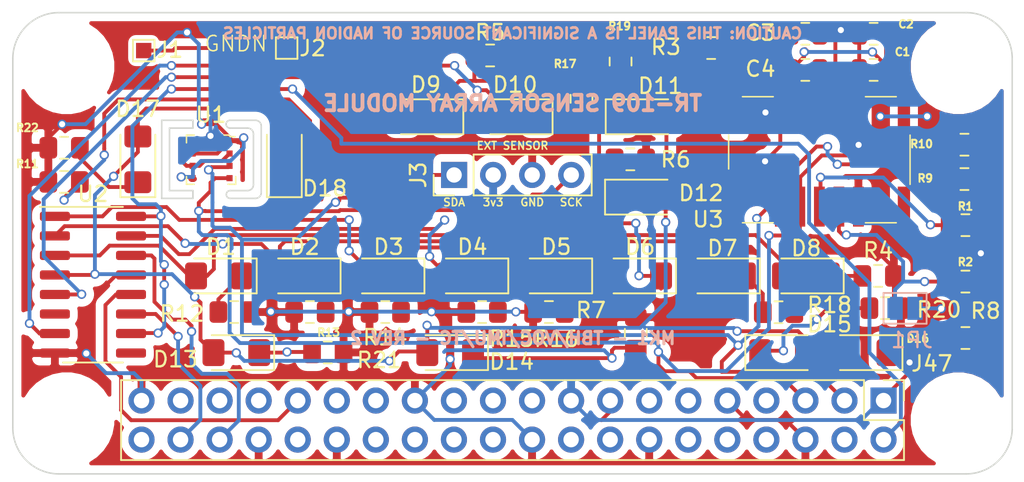
<source format=kicad_pcb>
(kicad_pcb (version 20171130) (host pcbnew "(5.1.9-0-10_14)")
  (layers (0 F.Cu signal) (31 B.Cu signal) (34 B.Paste user hide) (35 F.Paste user hide) (36 B.SilkS user hide) (37 F.SilkS user hide) (38 B.Mask user hide) (39 F.Mask user hide) (44 Edge.Cuts user))
  (net 0 "")
  (net 1 GND)
  (net 2 SCK)
  (net 3 SDA)
  (net 4 "Net-(U3-Pad14)")
  (net 5 "Net-(C4-Pad1)")
  (net 6 "Net-(U3-Pad11)")
  (net 7 "Net-(C3-Pad1)")
  (net 8 "Net-(U3-Pad8)")
  (net 9 "Net-(U3-Pad7)")
  (net 10 "Net-(R1-Pad1)")
  (net 11 "Net-(U3-Pad1)")
  (net 12 "Net-(C3-Pad2)")
  (net 13 "Net-(D1-Pad1)")
  (net 14 BETA)
  (net 15 ALPHA)
  (net 16 3.3V)
  (net 17 "Net-(D10-Pad1)")
  (net 18 "Net-(D11-Pad1)")
  (net 19 GAMMA)
  (net 20 DELTA)
  (net 21 "Net-(D13-Pad1)")
  (net 22 "Net-(U2-Pad9)")
  (net 23 "Net-(U2-Pad6)")
  (net 24 Shift_Latch)
  (net 25 Shift_Clock)
  (net 26 Shift_Serial)
  (net 27 5V)
  (net 28 "Net-(D15-Pad1)")
  (net 29 LED_ON)
  (net 30 "Net-(JP1-Pad1)")
  (net 31 "Net-(D17-Pad1)")
  (net 32 ANIM1)
  (net 33 ANIM2)
  (net 34 "Net-(J1-Pad1)")
  (net 35 "Net-(J47-Pad40)")
  (net 36 "Net-(J47-Pad37)")
  (net 37 "Net-(J47-Pad35)")
  (net 38 "Net-(J47-Pad33)")
  (net 39 "Net-(J47-Pad32)")
  (net 40 "Net-(J47-Pad29)")
  (net 41 "Net-(J47-Pad28)")
  (net 42 "Net-(J47-Pad27)")
  (net 43 "Net-(J47-Pad26)")
  (net 44 "Net-(J47-Pad24)")
  (net 45 "Net-(J47-Pad23)")
  (net 46 "Net-(J47-Pad22)")
  (net 47 "Net-(J47-Pad21)")
  (net 48 "Net-(J47-Pad19)")
  (net 49 "Net-(J47-Pad18)")
  (net 50 "Net-(J47-Pad16)")
  (net 51 "Net-(J47-Pad12)")
  (net 52 "Net-(J47-Pad10)")
  (net 53 "Net-(J47-Pad8)")
  (net 54 "Net-(J47-Pad7)")
  (net 55 "Net-(D2-Pad1)")
  (net 56 "Net-(D3-Pad1)")
  (net 57 "Net-(D4-Pad1)")
  (net 58 "Net-(D5-Pad1)")
  (net 59 "Net-(D6-Pad1)")
  (net 60 "Net-(D7-Pad1)")
  (net 61 "Net-(D8-Pad1)")
  (net 62 "Net-(D12-Pad1)")
  (net 63 "Net-(D16-Pad1)")
  (net 64 "Net-(D14-Pad1)")
  (net 65 "Net-(D18-Pad1)")
  (net 66 "Net-(J47-Pad15)")
  (net 67 "Net-(J47-Pad13)")
  (net 68 "Net-(J47-Pad11)")
  (module Connector_PinHeader_2.54mm:PinHeader_1x04_P2.54mm_Vertical (layer F.Cu) (at 129.254 105.918 90)
    (fp_text reference J3 (at 0 -2.33 90) (layer F.SilkS))
    (fp_text value Conn_01x04_Female)
    (pad 4 thru_hole oval (at 0 7.62 90) (size 1.7 1.7) (drill 1) (layers *.Cu *.Mask) (net 2 SCK))
    (pad 3 thru_hole oval (at 0 5.08 90) (size 1.7 1.7) (drill 1) (layers *.Cu *.Mask) (net 1 GND))
    (pad 2 thru_hole oval (at 0 2.54 90) (size 1.7 1.7) (drill 1) (layers *.Cu *.Mask) (net 16 3.3V))
    (pad 1 thru_hole rect (at 0 0 90) (size 1.7 1.7) (drill 1) (layers *.Cu *.Mask) (net 3 SDA))
  )
  (module TestPoint:TestPoint_Pad_1.0x1.0mm (layer F.Cu) (at 118.364 97.663)
    (fp_text reference J2 (at 1.6891 0.0127) (layer F.SilkS))
    (fp_text value Conn_01x01_Female)
    (pad 1 smd rect (at 0 0) (size 1 1) (layers F.Cu F.Mask) (net 34 "Net-(J1-Pad1)"))
  )
  (module TestPoint:TestPoint_Pad_1.0x1.0mm (layer F.Cu) (at 109.0676 97.8281)
    (fp_text reference J1 (at 1.7018 -0.0508) (layer F.SilkS))
    (fp_text value Conn_01x01_Female)
    (pad 1 smd rect (at 0 0) (size 1 1) (layers F.Cu F.Mask) (net 34 "Net-(J1-Pad1)"))
  )
  (module digikey-footprints:BME680 (layer F.Cu) (at 113.4491 104.9245 270)
    (fp_text reference U1 (at -2.9181 0.0127 180) (layer F.SilkS))
    (fp_text value BME680)
    (pad 8 smd rect (at -1.2 1.2 270) (size 0.4 0.4) (layers F.Cu F.Paste F.Mask) (net 16 3.3V))
    (pad 7 smd rect (at -0.4 1.2 270) (size 0.4 0.4) (layers F.Cu F.Paste F.Mask) (net 1 GND))
    (pad 6 smd rect (at 0.4 1.2 270) (size 0.4 0.4) (layers F.Cu F.Paste F.Mask) (net 16 3.3V))
    (pad 5 smd rect (at 1.2 1.2 270) (size 0.4 0.4) (layers F.Cu F.Paste F.Mask) (net 1 GND))
    (pad 4 smd rect (at 1.2 -1.2 270) (size 0.4 0.4) (layers F.Cu F.Paste F.Mask) (net 2 SCK))
    (pad 3 smd rect (at 0.4 -1.2 270) (size 0.4 0.4) (layers F.Cu F.Paste F.Mask) (net 3 SDA))
    (pad 2 smd rect (at -0.4 -1.2 270) (size 0.4 0.4) (layers F.Cu F.Paste F.Mask) (net 16 3.3V))
    (pad 1 smd rect (at -1.2 -1.2 270) (size 0.4 0.4) (layers F.Cu F.Paste F.Mask) (net 1 GND))
  )
  (module Connector_PinHeader_2.54mm:PinHeader_2x20_P2.54mm_Vertical (layer F.Cu) (at 157.184 120.59 270)
    (fp_text reference J47 (at -2.4038 -3.1408) (layer F.SilkS))
    (fp_text value Raspberry_Pi_2_3)
    (pad 40 thru_hole oval (at 2.54 48.26 270) (size 1.7 1.7) (drill 1) (layers *.Cu *.Mask) (net 35 "Net-(J47-Pad40)"))
    (pad 39 thru_hole oval (at 0 48.26 270) (size 1.7 1.7) (drill 1) (layers *.Cu *.Mask) (net 1 GND))
    (pad 38 thru_hole oval (at 2.54 45.72 270) (size 1.7 1.7) (drill 1) (layers *.Cu *.Mask) (net 25 Shift_Clock))
    (pad 37 thru_hole oval (at 0 45.72 270) (size 1.7 1.7) (drill 1) (layers *.Cu *.Mask) (net 36 "Net-(J47-Pad37)"))
    (pad 36 thru_hole oval (at 2.54 43.18 270) (size 1.7 1.7) (drill 1) (layers *.Cu *.Mask) (net 26 Shift_Serial))
    (pad 35 thru_hole oval (at 0 43.18 270) (size 1.7 1.7) (drill 1) (layers *.Cu *.Mask) (net 37 "Net-(J47-Pad35)"))
    (pad 34 thru_hole oval (at 2.54 40.64 270) (size 1.7 1.7) (drill 1) (layers *.Cu *.Mask) (net 1 GND))
    (pad 33 thru_hole oval (at 0 40.64 270) (size 1.7 1.7) (drill 1) (layers *.Cu *.Mask) (net 38 "Net-(J47-Pad33)"))
    (pad 32 thru_hole oval (at 2.54 38.1 270) (size 1.7 1.7) (drill 1) (layers *.Cu *.Mask) (net 39 "Net-(J47-Pad32)"))
    (pad 31 thru_hole oval (at 0 38.1 270) (size 1.7 1.7) (drill 1) (layers *.Cu *.Mask) (net 24 Shift_Latch))
    (pad 30 thru_hole oval (at 2.54 35.56 270) (size 1.7 1.7) (drill 1) (layers *.Cu *.Mask) (net 1 GND))
    (pad 29 thru_hole oval (at 0 35.56 270) (size 1.7 1.7) (drill 1) (layers *.Cu *.Mask) (net 40 "Net-(J47-Pad29)"))
    (pad 28 thru_hole oval (at 2.54 33.02 270) (size 1.7 1.7) (drill 1) (layers *.Cu *.Mask) (net 41 "Net-(J47-Pad28)"))
    (pad 27 thru_hole oval (at 0 33.02 270) (size 1.7 1.7) (drill 1) (layers *.Cu *.Mask) (net 42 "Net-(J47-Pad27)"))
    (pad 26 thru_hole oval (at 2.54 30.48 270) (size 1.7 1.7) (drill 1) (layers *.Cu *.Mask) (net 43 "Net-(J47-Pad26)"))
    (pad 25 thru_hole oval (at 0 30.48 270) (size 1.7 1.7) (drill 1) (layers *.Cu *.Mask) (net 1 GND))
    (pad 24 thru_hole oval (at 2.54 27.94 270) (size 1.7 1.7) (drill 1) (layers *.Cu *.Mask) (net 44 "Net-(J47-Pad24)"))
    (pad 23 thru_hole oval (at 0 27.94 270) (size 1.7 1.7) (drill 1) (layers *.Cu *.Mask) (net 45 "Net-(J47-Pad23)"))
    (pad 22 thru_hole oval (at 2.54 25.4 270) (size 1.7 1.7) (drill 1) (layers *.Cu *.Mask) (net 46 "Net-(J47-Pad22)"))
    (pad 21 thru_hole oval (at 0 25.4 270) (size 1.7 1.7) (drill 1) (layers *.Cu *.Mask) (net 47 "Net-(J47-Pad21)"))
    (pad 20 thru_hole oval (at 2.54 22.86 270) (size 1.7 1.7) (drill 1) (layers *.Cu *.Mask) (net 1 GND))
    (pad 19 thru_hole oval (at 0 22.86 270) (size 1.7 1.7) (drill 1) (layers *.Cu *.Mask) (net 48 "Net-(J47-Pad19)"))
    (pad 18 thru_hole oval (at 2.54 20.32 270) (size 1.7 1.7) (drill 1) (layers *.Cu *.Mask) (net 49 "Net-(J47-Pad18)"))
    (pad 17 thru_hole oval (at 0 20.32 270) (size 1.7 1.7) (drill 1) (layers *.Cu *.Mask) (net 16 3.3V))
    (pad 16 thru_hole oval (at 2.54 17.78 270) (size 1.7 1.7) (drill 1) (layers *.Cu *.Mask) (net 50 "Net-(J47-Pad16)"))
    (pad 15 thru_hole oval (at 0 17.78 270) (size 1.7 1.7) (drill 1) (layers *.Cu *.Mask) (net 66 "Net-(J47-Pad15)"))
    (pad 14 thru_hole oval (at 2.54 15.24 270) (size 1.7 1.7) (drill 1) (layers *.Cu *.Mask) (net 1 GND))
    (pad 13 thru_hole oval (at 0 15.24 270) (size 1.7 1.7) (drill 1) (layers *.Cu *.Mask) (net 67 "Net-(J47-Pad13)"))
    (pad 12 thru_hole oval (at 2.54 12.7 270) (size 1.7 1.7) (drill 1) (layers *.Cu *.Mask) (net 51 "Net-(J47-Pad12)"))
    (pad 11 thru_hole oval (at 0 12.7 270) (size 1.7 1.7) (drill 1) (layers *.Cu *.Mask) (net 68 "Net-(J47-Pad11)"))
    (pad 10 thru_hole oval (at 2.54 10.16 270) (size 1.7 1.7) (drill 1) (layers *.Cu *.Mask) (net 52 "Net-(J47-Pad10)"))
    (pad 9 thru_hole oval (at 0 10.16 270) (size 1.7 1.7) (drill 1) (layers *.Cu *.Mask) (net 1 GND))
    (pad 8 thru_hole oval (at 2.54 7.62 270) (size 1.7 1.7) (drill 1) (layers *.Cu *.Mask) (net 53 "Net-(J47-Pad8)"))
    (pad 7 thru_hole oval (at 0 7.62 270) (size 1.7 1.7) (drill 1) (layers *.Cu *.Mask) (net 54 "Net-(J47-Pad7)"))
    (pad 6 thru_hole oval (at 2.54 5.08 270) (size 1.7 1.7) (drill 1) (layers *.Cu *.Mask) (net 1 GND))
    (pad 5 thru_hole oval (at 0 5.08 270) (size 1.7 1.7) (drill 1) (layers *.Cu *.Mask) (net 2 SCK))
    (pad 4 thru_hole oval (at 2.54 2.54 270) (size 1.7 1.7) (drill 1) (layers *.Cu *.Mask) (net 27 5V))
    (pad 3 thru_hole oval (at 0 2.54 270) (size 1.7 1.7) (drill 1) (layers *.Cu *.Mask) (net 3 SDA))
    (pad 2 thru_hole oval (at 2.54 0 270) (size 1.7 1.7) (drill 1) (layers *.Cu *.Mask) (net 27 5V))
    (pad 1 thru_hole rect (at 0 0 270) (size 1.7 1.7) (drill 1) (layers *.Cu *.Mask) (net 16 3.3V))
  )
  (module Resistor_SMD:R_0805_2012Metric_Pad1.15x1.40mm_HandSolder (layer F.Cu) (at 103.89 104.15 180)
    (fp_text reference R22 (at 2.39 1.3) (layer F.SilkS) (effects (font (size 0.5 0.5) (thickness 0.125))))
    (fp_text value 160)
    (pad 2 smd roundrect (at 1.025 0 180) (size 1.15 1.4) (layers F.Cu F.Paste F.Mask) (roundrect_rratio 0.217391) (net 1 GND))
    (pad 1 smd roundrect (at -1.025 0 180) (size 1.15 1.4) (layers F.Cu F.Paste F.Mask) (roundrect_rratio 0.217391) (net 31 "Net-(D17-Pad1)"))
  )
  (module Resistor_SMD:R_0805_2012Metric_Pad1.15x1.40mm_HandSolder (layer F.Cu) (at 121.04 117.46)
    (fp_text reference R21 (at 3.34 0.5) (layer F.SilkS))
    (fp_text value 160)
    (pad 2 smd roundrect (at 1.025 0) (size 1.15 1.4) (layers F.Cu F.Paste F.Mask) (roundrect_rratio 0.217391) (net 1 GND))
    (pad 1 smd roundrect (at -1.025 0) (size 1.15 1.4) (layers F.Cu F.Paste F.Mask) (roundrect_rratio 0.217391) (net 21 "Net-(D13-Pad1)"))
  )
  (module Resistor_SMD:R_0805_2012Metric_Pad1.15x1.40mm_HandSolder (layer F.Cu) (at 157.2895 114.5794)
    (fp_text reference R20 (at 3.5005 0.1006) (layer F.SilkS))
    (fp_text value 160)
    (pad 2 smd roundrect (at 1.025 0) (size 1.15 1.4) (layers F.Cu F.Paste F.Mask) (roundrect_rratio 0.217391) (net 1 GND))
    (pad 1 smd roundrect (at -1.025 0) (size 1.15 1.4) (layers F.Cu F.Paste F.Mask) (roundrect_rratio 0.217391) (net 28 "Net-(D15-Pad1)"))
  )
  (module Resistor_SMD:R_0805_2012Metric_Pad1.15x1.40mm_HandSolder (layer F.Cu) (at 140.081 98.5393 90)
    (fp_text reference R19 (at 2.2987 -0.0635 180) (layer F.SilkS) (effects (font (size 0.5 0.5) (thickness 0.125))))
    (fp_text value 160)
    (pad 2 smd roundrect (at 1.025 0 90) (size 1.15 1.4) (layers F.Cu F.Paste F.Mask) (roundrect_rratio 0.217391) (net 1 GND))
    (pad 1 smd roundrect (at -1.025 0 90) (size 1.15 1.4) (layers F.Cu F.Paste F.Mask) (roundrect_rratio 0.217391) (net 18 "Net-(D11-Pad1)"))
  )
  (module Resistor_SMD:R_0805_2012Metric_Pad1.15x1.40mm_HandSolder (layer F.Cu) (at 150.3553 114.8461)
    (fp_text reference R18 (at 3.3147 -0.4661) (layer F.SilkS))
    (fp_text value 160)
    (pad 2 smd roundrect (at 1.025 0) (size 1.15 1.4) (layers F.Cu F.Paste F.Mask) (roundrect_rratio 0.217391) (net 1 GND))
    (pad 1 smd roundrect (at -1.025 0) (size 1.15 1.4) (layers F.Cu F.Paste F.Mask) (roundrect_rratio 0.217391) (net 60 "Net-(D7-Pad1)"))
  )
  (module Resistor_SMD:R_0805_2012Metric_Pad1.15x1.40mm_HandSolder (layer F.Cu) (at 137.541 100.965 90)
    (fp_text reference R17 (at 2.2733 -1.0668 180) (layer F.SilkS) (effects (font (size 0.5 0.5) (thickness 0.125))))
    (fp_text value 160)
    (pad 2 smd roundrect (at 1.025 0 90) (size 1.15 1.4) (layers F.Cu F.Paste F.Mask) (roundrect_rratio 0.217391) (net 1 GND))
    (pad 1 smd roundrect (at -1.025 0 90) (size 1.15 1.4) (layers F.Cu F.Paste F.Mask) (roundrect_rratio 0.217391) (net 59 "Net-(D6-Pad1)"))
  )
  (module Resistor_SMD:R_0805_2012Metric_Pad1.15x1.40mm_HandSolder (layer F.Cu) (at 135.42 114.8334 180)
    (fp_text reference R16 (at -0.49 -1.75) (layer F.SilkS))
    (fp_text value 160)
    (pad 2 smd roundrect (at 1.025 0 180) (size 1.15 1.4) (layers F.Cu F.Paste F.Mask) (roundrect_rratio 0.217391) (net 1 GND))
    (pad 1 smd roundrect (at -1.025 0 180) (size 1.15 1.4) (layers F.Cu F.Paste F.Mask) (roundrect_rratio 0.217391) (net 58 "Net-(D5-Pad1)"))
  )
  (module Resistor_SMD:R_0805_2012Metric_Pad1.15x1.40mm_HandSolder (layer F.Cu) (at 131.0767 114.8334 180)
    (fp_text reference R15 (at -1.9133 -1.7431) (layer F.SilkS))
    (fp_text value 160)
    (pad 2 smd roundrect (at 1.025 0 180) (size 1.15 1.4) (layers F.Cu F.Paste F.Mask) (roundrect_rratio 0.217391) (net 1 GND))
    (pad 1 smd roundrect (at -1.025 0 180) (size 1.15 1.4) (layers F.Cu F.Paste F.Mask) (roundrect_rratio 0.217391) (net 57 "Net-(D4-Pad1)"))
  )
  (module Resistor_SMD:R_0805_2012Metric_Pad1.15x1.40mm_HandSolder (layer F.Cu) (at 124.7775 114.8334 180)
    (fp_text reference R14 (at 0 -1.65) (layer F.SilkS))
    (fp_text value 160)
    (pad 2 smd roundrect (at 1.025 0 180) (size 1.15 1.4) (layers F.Cu F.Paste F.Mask) (roundrect_rratio 0.217391) (net 1 GND))
    (pad 1 smd roundrect (at -1.025 0 180) (size 1.15 1.4) (layers F.Cu F.Paste F.Mask) (roundrect_rratio 0.217391) (net 56 "Net-(D3-Pad1)"))
  )
  (module Resistor_SMD:R_0805_2012Metric_Pad1.15x1.40mm_HandSolder (layer F.Cu) (at 119.8753 114.8334 180)
    (fp_text reference R13 (at -1.2147 -1.3266) (layer F.SilkS) (effects (font (size 0.5 0.5) (thickness 0.125))))
    (fp_text value 160)
    (pad 2 smd roundrect (at 1.025 0 180) (size 1.15 1.4) (layers F.Cu F.Paste F.Mask) (roundrect_rratio 0.217391) (net 1 GND))
    (pad 1 smd roundrect (at -1.025 0 180) (size 1.15 1.4) (layers F.Cu F.Paste F.Mask) (roundrect_rratio 0.217391) (net 55 "Net-(D2-Pad1)"))
  )
  (module Resistor_SMD:R_0805_2012Metric_Pad1.15x1.40mm_HandSolder (layer F.Cu) (at 114.95 114.8334)
    (fp_text reference R12 (at -3.4 0.11) (layer F.SilkS))
    (fp_text value 160)
    (pad 2 smd roundrect (at 1.025 0) (size 1.15 1.4) (layers F.Cu F.Paste F.Mask) (roundrect_rratio 0.217391) (net 1 GND))
    (pad 1 smd roundrect (at -1.025 0) (size 1.15 1.4) (layers F.Cu F.Paste F.Mask) (roundrect_rratio 0.217391) (net 13 "Net-(D1-Pad1)"))
  )
  (module Resistor_SMD:R_0805_2012Metric_Pad1.15x1.40mm_HandSolder (layer F.Cu) (at 103.89 106.37 180)
    (fp_text reference R11 (at 2.39 1.17) (layer F.SilkS) (effects (font (size 0.5 0.5) (thickness 0.125))))
    (fp_text value 160)
    (pad 2 smd roundrect (at 1.025 0 180) (size 1.15 1.4) (layers F.Cu F.Paste F.Mask) (roundrect_rratio 0.217391) (net 1 GND))
    (pad 1 smd roundrect (at -1.025 0 180) (size 1.15 1.4) (layers F.Cu F.Paste F.Mask) (roundrect_rratio 0.217391) (net 65 "Net-(D18-Pad1)"))
  )
  (module Resistor_SMD:R_0805_2012Metric_Pad1.15x1.40mm_HandSolder (layer F.Cu) (at 162.44694 103.9495)
    (fp_text reference R10 (at -2.792036 -0.04625 180) (layer F.SilkS) (effects (font (size 0.5 0.5) (thickness 0.125))))
    (fp_text value 47k)
    (pad 2 smd roundrect (at 1.025 0) (size 1.15 1.4) (layers F.Cu F.Paste F.Mask) (roundrect_rratio 0.217391) (net 16 3.3V))
    (pad 1 smd roundrect (at -1.025 0) (size 1.15 1.4) (layers F.Cu F.Paste F.Mask) (roundrect_rratio 0.217391) (net 2 SCK))
  )
  (module Resistor_SMD:R_0805_2012Metric_Pad1.15x1.40mm_HandSolder (layer F.Cu) (at 162.44694 106.1847)
    (fp_text reference R9 (at -2.55394 -0.04625) (layer F.SilkS) (effects (font (size 0.5 0.5) (thickness 0.125))))
    (fp_text value 47k)
    (pad 2 smd roundrect (at 1.025 0) (size 1.15 1.4) (layers F.Cu F.Paste F.Mask) (roundrect_rratio 0.217391) (net 16 3.3V))
    (pad 1 smd roundrect (at -1.025 0) (size 1.15 1.4) (layers F.Cu F.Paste F.Mask) (roundrect_rratio 0.217391) (net 3 SDA))
  )
  (module Resistor_SMD:R_0805_2012Metric_Pad1.15x1.40mm_HandSolder (layer F.Cu) (at 162.5092 116.5225)
    (fp_text reference R8 (at 1.3108 -1.7625) (layer F.SilkS))
    (fp_text value 160)
    (pad 2 smd roundrect (at 1.025 0) (size 1.15 1.4) (layers F.Cu F.Paste F.Mask) (roundrect_rratio 0.217391) (net 1 GND))
    (pad 1 smd roundrect (at -1.025 0) (size 1.15 1.4) (layers F.Cu F.Paste F.Mask) (roundrect_rratio 0.217391) (net 63 "Net-(D16-Pad1)"))
  )
  (module Resistor_SMD:R_0805_2012Metric_Pad1.15x1.40mm_HandSolder (layer F.Cu) (at 141.0716 116.19106 90)
    (fp_text reference R7 (at 1.4732 -2.921 180) (layer F.SilkS))
    (fp_text value 160)
    (pad 2 smd roundrect (at 1.025 0 90) (size 1.15 1.4) (layers F.Cu F.Paste F.Mask) (roundrect_rratio 0.217391) (net 1 GND))
    (pad 1 smd roundrect (at -1.025 0 90) (size 1.15 1.4) (layers F.Cu F.Paste F.Mask) (roundrect_rratio 0.217391) (net 64 "Net-(D14-Pad1)"))
  )
  (module Resistor_SMD:R_0805_2012Metric_Pad1.15x1.40mm_HandSolder (layer F.Cu) (at 140.716 104.902)
    (fp_text reference R6 (at 2.9464 0.0127) (layer F.SilkS))
    (fp_text value 160)
    (pad 2 smd roundrect (at 1.025 0) (size 1.15 1.4) (layers F.Cu F.Paste F.Mask) (roundrect_rratio 0.217391) (net 1 GND))
    (pad 1 smd roundrect (at -1.025 0) (size 1.15 1.4) (layers F.Cu F.Paste F.Mask) (roundrect_rratio 0.217391) (net 62 "Net-(D12-Pad1)"))
  )
  (module Resistor_SMD:R_0805_2012Metric_Pad1.15x1.40mm_HandSolder (layer F.Cu) (at 131.5974 98.1456)
    (fp_text reference R5 (at 0 -1.4986) (layer F.SilkS))
    (fp_text value 160)
    (pad 2 smd roundrect (at 1.025 0) (size 1.15 1.4) (layers F.Cu F.Paste F.Mask) (roundrect_rratio 0.217391) (net 1 GND))
    (pad 1 smd roundrect (at -1.025 0) (size 1.15 1.4) (layers F.Cu F.Paste F.Mask) (roundrect_rratio 0.217391) (net 17 "Net-(D10-Pad1)"))
  )
  (module Resistor_SMD:R_0805_2012Metric_Pad1.15x1.40mm_HandSolder (layer F.Cu) (at 156.8323 112.4839)
    (fp_text reference R4 (at 0 -1.65) (layer F.SilkS))
    (fp_text value 160)
    (pad 2 smd roundrect (at 1.025 0) (size 1.15 1.4) (layers F.Cu F.Paste F.Mask) (roundrect_rratio 0.217391) (net 1 GND))
    (pad 1 smd roundrect (at -1.025 0) (size 1.15 1.4) (layers F.Cu F.Paste F.Mask) (roundrect_rratio 0.217391) (net 61 "Net-(D8-Pad1)"))
  )
  (module Resistor_SMD:R_0805_2012Metric_Pad1.15x1.40mm_HandSolder (layer F.Cu) (at 145.9738 97.663)
    (fp_text reference R3 (at -2.9464 -0.0675) (layer F.SilkS))
    (fp_text value 22)
    (pad 2 smd roundrect (at 1.025 0) (size 1.15 1.4) (layers F.Cu F.Paste F.Mask) (roundrect_rratio 0.217391) (net 12 "Net-(C3-Pad2)"))
    (pad 1 smd roundrect (at -1.025 0) (size 1.15 1.4) (layers F.Cu F.Paste F.Mask) (roundrect_rratio 0.217391) (net 1 GND))
  )
  (module Resistor_SMD:R_0805_2012Metric_Pad1.15x1.40mm_HandSolder (layer F.Cu) (at 162.5092 112.8522)
    (fp_text reference R2 (at 0 -1.27) (layer F.SilkS) (effects (font (size 0.5 0.5) (thickness 0.125))))
    (fp_text value 10K)
    (pad 2 smd roundrect (at 1.025 0) (size 1.15 1.4) (layers F.Cu F.Paste F.Mask) (roundrect_rratio 0.217391) (net 16 3.3V))
    (pad 1 smd roundrect (at -1.025 0) (size 1.15 1.4) (layers F.Cu F.Paste F.Mask) (roundrect_rratio 0.217391) (net 30 "Net-(JP1-Pad1)"))
  )
  (module Resistor_SMD:R_0805_2012Metric_Pad1.15x1.40mm_HandSolder (layer F.Cu) (at 162.5092 109.1819)
    (fp_text reference R1 (at 0 -1.2192) (layer F.SilkS) (effects (font (size 0.5 0.5) (thickness 0.125))))
    (fp_text value 10K)
    (pad 2 smd roundrect (at 1.025 0) (size 1.15 1.4) (layers F.Cu F.Paste F.Mask) (roundrect_rratio 0.217391) (net 16 3.3V))
    (pad 1 smd roundrect (at -1.025 0) (size 1.15 1.4) (layers F.Cu F.Paste F.Mask) (roundrect_rratio 0.217391) (net 10 "Net-(R1-Pad1)"))
  )
  (module LED_SMD:LED_1206_3216Metric_Pad1.42x1.75mm_HandSolder (layer F.Cu) (at 118.2116 104.902 90)
    (fp_text reference D18 (at -1.888 2.6284 180) (layer F.SilkS))
    (fp_text value LED)
    (pad 2 smd roundrect (at 1.4875 0 90) (size 1.425 1.75) (layers F.Cu F.Paste F.Mask) (roundrect_rratio 0.175439) (net 29 LED_ON))
    (pad 1 smd roundrect (at -1.4875 0 90) (size 1.425 1.75) (layers F.Cu F.Paste F.Mask) (roundrect_rratio 0.175439) (net 65 "Net-(D18-Pad1)"))
  )
  (module LED_SMD:LED_1206_3216Metric_Pad1.42x1.75mm_HandSolder (layer F.Cu) (at 108.6866 104.902 90)
    (fp_text reference D17 (at 3.2766 -0.0127 180) (layer F.SilkS))
    (fp_text value LED)
    (pad 2 smd roundrect (at 1.4875 0 90) (size 1.425 1.75) (layers F.Cu F.Paste F.Mask) (roundrect_rratio 0.175439) (net 29 LED_ON))
    (pad 1 smd roundrect (at -1.4875 0 90) (size 1.425 1.75) (layers F.Cu F.Paste F.Mask) (roundrect_rratio 0.175439) (net 31 "Net-(D17-Pad1)"))
  )
  (module Package_SO:SOIC-16_3.9x9.9mm_P1.27mm (layer F.Cu) (at 105.7656 113.0554)
    (fp_text reference U2 (at 0 -5.9) (layer F.SilkS))
    (fp_text value 74HC595)
    (pad 16 smd roundrect (at 2.475 -4.445) (size 1.95 0.6) (layers F.Cu F.Paste F.Mask) (net 27 5V))
    (pad 15 smd roundrect (at 2.475 -3.175) (size 1.95 0.6) (layers F.Cu F.Paste F.Mask) (net 15 ALPHA))
    (pad 14 smd roundrect (at 2.475 -1.905) (size 1.95 0.6) (layers F.Cu F.Paste F.Mask) (net 26 Shift_Serial))
    (pad 13 smd roundrect (at 2.475 -0.635) (size 1.95 0.6) (layers F.Cu F.Paste F.Mask) (net 1 GND))
    (pad 12 smd roundrect (at 2.475 0.635) (size 1.95 0.6) (layers F.Cu F.Paste F.Mask) (net 24 Shift_Latch))
    (pad 11 smd roundrect (at 2.475 1.905) (size 1.95 0.6) (layers F.Cu F.Paste F.Mask) (net 25 Shift_Clock))
    (pad 10 smd roundrect (at 2.475 3.175) (size 1.95 0.6) (layers F.Cu F.Paste F.Mask) (net 27 5V))
    (pad 9 smd roundrect (at 2.475 4.445) (size 1.95 0.6) (layers F.Cu F.Paste F.Mask) (net 22 "Net-(U2-Pad9)"))
    (pad 8 smd roundrect (at -2.475 4.445) (size 1.95 0.6) (layers F.Cu F.Paste F.Mask) (net 1 GND))
    (pad 7 smd roundrect (at -2.475 3.175) (size 1.95 0.6) (layers F.Cu F.Paste F.Mask) (net 33 ANIM2))
    (pad 6 smd roundrect (at -2.475 1.905) (size 1.95 0.6) (layers F.Cu F.Paste F.Mask) (net 23 "Net-(U2-Pad6)"))
    (pad 5 smd roundrect (at -2.475 0.635) (size 1.95 0.6) (layers F.Cu F.Paste F.Mask) (net 32 ANIM1))
    (pad 4 smd roundrect (at -2.475 -0.635) (size 1.95 0.6) (layers F.Cu F.Paste F.Mask) (net 29 LED_ON))
    (pad 3 smd roundrect (at -2.475 -1.905) (size 1.95 0.6) (layers F.Cu F.Paste F.Mask) (net 19 GAMMA))
    (pad 2 smd roundrect (at -2.475 -3.175) (size 1.95 0.6) (layers F.Cu F.Paste F.Mask) (net 20 DELTA))
    (pad 1 smd roundrect (at -2.475 -4.445) (size 1.95 0.6) (layers F.Cu F.Paste F.Mask) (net 14 BETA))
  )
  (module Capacitor_SMD:C_0805_2012Metric (layer F.Cu) (at 152.0952 96.73844 180)
    (fp_text reference C3 (at 2.921 0.0675) (layer F.SilkS))
    (fp_text value 1uf)
    (pad 2 smd roundrect (at 0.9375 0 180) (size 0.975 1.4) (layers F.Cu F.Paste F.Mask) (net 12 "Net-(C3-Pad2)"))
    (pad 1 smd roundrect (at -0.9375 0 180) (size 0.975 1.4) (layers F.Cu F.Paste F.Mask) (net 7 "Net-(C3-Pad1)"))
  )
  (module LED_SMD:LED_1206_3216Metric_Pad1.42x1.75mm_HandSolder (layer F.Cu) (at 155.95346 117.47246 180)
    (fp_text reference D16 (at -3.45654 0.91246) (layer F.SilkS) (effects (font (size 0.5 0.5) (thickness 0.125))))
    (fp_text value LED)
    (pad 2 smd roundrect (at 1.4875 0 180) (size 1.425 1.75) (layers F.Cu F.Paste F.Mask) (roundrect_rratio 0.175439) (net 29 LED_ON))
    (pad 1 smd roundrect (at -1.4875 0 180) (size 1.425 1.75) (layers F.Cu F.Paste F.Mask) (roundrect_rratio 0.175439) (net 63 "Net-(D16-Pad1)"))
  )
  (module LED_SMD:LED_1206_3216Metric_Pad1.42x1.75mm_HandSolder (layer F.Cu) (at 150.65248 117.47246)
    (fp_text reference D15 (at 3.01752 -1.84246) (layer F.SilkS))
    (fp_text value LED)
    (pad 2 smd roundrect (at 1.4875 0) (size 1.425 1.75) (layers F.Cu F.Paste F.Mask) (roundrect_rratio 0.175439) (net 29 LED_ON))
    (pad 1 smd roundrect (at -1.4875 0) (size 1.425 1.75) (layers F.Cu F.Paste F.Mask) (roundrect_rratio 0.175439) (net 28 "Net-(D15-Pad1)"))
  )
  (module LED_SMD:LED_1206_3216Metric_Pad1.42x1.75mm_HandSolder (layer F.Cu) (at 152.1333 112.4839 180)
    (fp_text reference D8 (at -0.0225 1.8034) (layer F.SilkS))
    (fp_text value LED)
    (pad 2 smd roundrect (at 1.4875 0 180) (size 1.425 1.75) (layers F.Cu F.Paste F.Mask) (roundrect_rratio 0.175439) (net 19 GAMMA))
    (pad 1 smd roundrect (at -1.4875 0 180) (size 1.425 1.75) (layers F.Cu F.Paste F.Mask) (roundrect_rratio 0.175439) (net 61 "Net-(D8-Pad1)"))
  )
  (module LED_SMD:LED_1206_3216Metric_Pad1.42x1.75mm_HandSolder (layer F.Cu) (at 146.679552 112.4839 180)
    (fp_text reference D7 (at -0.0225 1.8034) (layer F.SilkS))
    (fp_text value LED)
    (pad 2 smd roundrect (at 1.4875 0 180) (size 1.425 1.75) (layers F.Cu F.Paste F.Mask) (roundrect_rratio 0.175439) (net 20 DELTA))
    (pad 1 smd roundrect (at -1.4875 0 180) (size 1.425 1.75) (layers F.Cu F.Paste F.Mask) (roundrect_rratio 0.175439) (net 60 "Net-(D7-Pad1)"))
  )
  (module LED_SMD:LED_1206_3216Metric_Pad1.42x1.75mm_HandSolder (layer F.Cu) (at 141.22581 112.4839 180)
    (fp_text reference D6 (at -0.127 1.8884) (layer F.SilkS))
    (fp_text value LED)
    (pad 2 smd roundrect (at 1.4875 0 180) (size 1.425 1.75) (layers F.Cu F.Paste F.Mask) (roundrect_rratio 0.175439) (net 14 BETA))
    (pad 1 smd roundrect (at -1.4875 0 180) (size 1.425 1.75) (layers F.Cu F.Paste F.Mask) (roundrect_rratio 0.175439) (net 59 "Net-(D6-Pad1)"))
  )
  (module LED_SMD:LED_1206_3216Metric_Pad1.42x1.75mm_HandSolder (layer F.Cu) (at 135.772068 112.4839 180)
    (fp_text reference D5 (at -0.127 1.8884) (layer F.SilkS))
    (fp_text value LED)
    (pad 2 smd roundrect (at 1.4875 0 180) (size 1.425 1.75) (layers F.Cu F.Paste F.Mask) (roundrect_rratio 0.175439) (net 15 ALPHA))
    (pad 1 smd roundrect (at -1.4875 0 180) (size 1.425 1.75) (layers F.Cu F.Paste F.Mask) (roundrect_rratio 0.175439) (net 58 "Net-(D5-Pad1)"))
  )
  (module LED_SMD:LED_1206_3216Metric_Pad1.42x1.75mm_HandSolder (layer F.Cu) (at 130.318326 112.4839 180)
    (fp_text reference D4 (at -0.127 1.8884) (layer F.SilkS))
    (fp_text value LED)
    (pad 2 smd roundrect (at 1.4875 0 180) (size 1.425 1.75) (layers F.Cu F.Paste F.Mask) (roundrect_rratio 0.175439) (net 15 ALPHA))
    (pad 1 smd roundrect (at -1.4875 0 180) (size 1.425 1.75) (layers F.Cu F.Paste F.Mask) (roundrect_rratio 0.175439) (net 57 "Net-(D4-Pad1)"))
  )
  (module LED_SMD:LED_1206_3216Metric_Pad1.42x1.75mm_HandSolder (layer F.Cu) (at 124.864584 112.4839 180)
    (fp_text reference D3 (at -0.127 1.8884) (layer F.SilkS))
    (fp_text value LED)
    (pad 2 smd roundrect (at 1.4875 0 180) (size 1.425 1.75) (layers F.Cu F.Paste F.Mask) (roundrect_rratio 0.175439) (net 14 BETA))
    (pad 1 smd roundrect (at -1.4875 0 180) (size 1.425 1.75) (layers F.Cu F.Paste F.Mask) (roundrect_rratio 0.175439) (net 56 "Net-(D3-Pad1)"))
  )
  (module LED_SMD:LED_1206_3216Metric_Pad1.42x1.75mm_HandSolder (layer F.Cu) (at 119.410842 112.4839 180)
    (fp_text reference D2 (at -0.127 1.8884) (layer F.SilkS))
    (fp_text value LED)
    (pad 2 smd roundrect (at 1.4875 0 180) (size 1.425 1.75) (layers F.Cu F.Paste F.Mask) (roundrect_rratio 0.175439) (net 20 DELTA))
    (pad 1 smd roundrect (at -1.4875 0 180) (size 1.425 1.75) (layers F.Cu F.Paste F.Mask) (roundrect_rratio 0.175439) (net 55 "Net-(D2-Pad1)"))
  )
  (module LED_SMD:LED_1206_3216Metric_Pad1.42x1.75mm_HandSolder (layer F.Cu) (at 113.9571 112.4839 180)
    (fp_text reference D1 (at -0.127 1.8884) (layer F.SilkS))
    (fp_text value LED)
    (pad 2 smd roundrect (at 1.4875 0 180) (size 1.425 1.75) (layers F.Cu F.Paste F.Mask) (roundrect_rratio 0.175439) (net 19 GAMMA))
    (pad 1 smd roundrect (at -1.4875 0 180) (size 1.425 1.75) (layers F.Cu F.Paste F.Mask) (roundrect_rratio 0.175439) (net 13 "Net-(D1-Pad1)"))
  )
  (module LED_SMD:LED_1206_3216Metric_Pad1.42x1.75mm_HandSolder (layer F.Cu) (at 128.99898 117.47246 180)
    (fp_text reference D14 (at -4.00102 -0.59754) (layer F.SilkS))
    (fp_text value LED)
    (pad 2 smd roundrect (at 1.4875 0 180) (size 1.425 1.75) (layers F.Cu F.Paste F.Mask) (roundrect_rratio 0.175439) (net 29 LED_ON))
    (pad 1 smd roundrect (at -1.4875 0 180) (size 1.425 1.75) (layers F.Cu F.Paste F.Mask) (roundrect_rratio 0.175439) (net 64 "Net-(D14-Pad1)"))
  )
  (module LED_SMD:LED_1206_3216Metric_Pad1.42x1.75mm_HandSolder (layer F.Cu) (at 115.09248 117.47246 180)
    (fp_text reference D13 (at 3.96248 -0.43754) (layer F.SilkS))
    (fp_text value LED)
    (pad 2 smd roundrect (at 1.4875 0 180) (size 1.425 1.75) (layers F.Cu F.Paste F.Mask) (roundrect_rratio 0.175439) (net 29 LED_ON))
    (pad 1 smd roundrect (at -1.4875 0 180) (size 1.425 1.75) (layers F.Cu F.Paste F.Mask) (roundrect_rratio 0.175439) (net 21 "Net-(D13-Pad1)"))
  )
  (module LED_SMD:LED_1206_3216Metric_Pad1.42x1.75mm_HandSolder (layer F.Cu) (at 141.53134 107.35818)
    (fp_text reference D12 (at 3.78206 -0.25908) (layer F.SilkS))
    (fp_text value LED)
    (pad 2 smd roundrect (at 1.4875 0) (size 1.425 1.75) (layers F.Cu F.Paste F.Mask) (roundrect_rratio 0.175439) (net 29 LED_ON))
    (pad 1 smd roundrect (at -1.4875 0) (size 1.425 1.75) (layers F.Cu F.Paste F.Mask) (roundrect_rratio 0.175439) (net 62 "Net-(D12-Pad1)"))
  )
  (module LED_SMD:LED_1206_3216Metric_Pad1.42x1.75mm_HandSolder (layer F.Cu) (at 141.57612 102.1334)
    (fp_text reference D11 (at 1.09568 -2.0066 180) (layer F.SilkS))
    (fp_text value LED)
    (pad 2 smd roundrect (at 1.4875 0) (size 1.425 1.75) (layers F.Cu F.Paste F.Mask) (roundrect_rratio 0.175439) (net 29 LED_ON))
    (pad 1 smd roundrect (at -1.4875 0) (size 1.425 1.75) (layers F.Cu F.Paste F.Mask) (roundrect_rratio 0.175439) (net 18 "Net-(D11-Pad1)"))
  )
  (module LED_SMD:LED_1206_3216Metric_Pad1.42x1.75mm_HandSolder (layer F.Cu) (at 133.1976 102.1334 180)
    (fp_text reference D10 (at -0.0225 2.0828) (layer F.SilkS))
    (fp_text value LED)
    (pad 2 smd roundrect (at 1.4875 0 180) (size 1.425 1.75) (layers F.Cu F.Paste F.Mask) (roundrect_rratio 0.175439) (net 33 ANIM2))
    (pad 1 smd roundrect (at -1.4875 0 180) (size 1.425 1.75) (layers F.Cu F.Paste F.Mask) (roundrect_rratio 0.175439) (net 17 "Net-(D10-Pad1)"))
  )
  (module LED_SMD:LED_1206_3216Metric_Pad1.42x1.75mm_HandSolder (layer F.Cu) (at 127.3937 102.1334 180)
    (fp_text reference D9 (at -0.0225 2.0828) (layer F.SilkS))
    (fp_text value LED)
    (pad 2 smd roundrect (at 1.4875 0 180) (size 1.425 1.75) (layers F.Cu F.Paste F.Mask) (roundrect_rratio 0.175439) (net 32 ANIM1))
    (pad 1 smd roundrect (at -1.4875 0 180) (size 1.425 1.75) (layers F.Cu F.Paste F.Mask) (roundrect_rratio 0.175439) (net 17 "Net-(D10-Pad1)"))
  )
  (module Capacitor_SMD:C_0805_2012Metric (layer F.Cu) (at 152.0952 99.0854 180)
    (fp_text reference C4 (at 2.921 0.0675) (layer F.SilkS))
    (fp_text value 2.2uf)
    (pad 2 smd roundrect (at 0.9375 0 180) (size 0.975 1.4) (layers F.Cu F.Paste F.Mask) (net 1 GND))
    (pad 1 smd roundrect (at -0.9375 0 180) (size 0.975 1.4) (layers F.Cu F.Paste F.Mask) (net 5 "Net-(C4-Pad1)"))
  )
  (module Capacitor_SMD:C_0805_2012Metric (layer F.Cu) (at 156.5402 99.0854 180)
    (fp_text reference C2 (at -2.1082 2.9718) (layer F.SilkS) (effects (font (size 0.5 0.5) (thickness 0.125))))
    (fp_text value 0.1uf)
    (pad 2 smd roundrect (at 0.9375 0 180) (size 0.975 1.4) (layers F.Cu F.Paste F.Mask) (net 16 3.3V))
    (pad 1 smd roundrect (at -0.9375 0 180) (size 0.975 1.4) (layers F.Cu F.Paste F.Mask) (net 1 GND))
  )
  (module Capacitor_SMD:C_0805_2012Metric (layer F.Cu) (at 156.5402 96.73844 180)
    (fp_text reference C1 (at -1.8796 -1.17856) (layer F.SilkS) (effects (font (size 0.5 0.5) (thickness 0.125))))
    (fp_text value 10uf)
    (pad 2 smd roundrect (at 0.9375 0 180) (size 0.975 1.4) (layers F.Cu F.Paste F.Mask) (net 16 3.3V))
    (pad 1 smd roundrect (at -0.9375 0 180) (size 0.975 1.4) (layers F.Cu F.Paste F.Mask) (net 1 GND))
  )
  (module Jumper:SolderJumper-2_P1.3mm_Open_Pad1.0x1.5mm (layer B.Cu) (at 158.5849 114.5921)
    (fp_text reference JP1 (at 0.4445 2.0701) (layer B.SilkS) (effects (justify mirror)))
    (fp_text value Jumper)
    (pad 1 smd rect (at -0.65 0) (size 1 1.5) (layers B.Cu B.Mask) (net 30 "Net-(JP1-Pad1)"))
    (pad 2 smd rect (at 0.65 0) (size 1 1.5) (layers B.Cu B.Mask) (net 1 GND))
  )
  (module digikey-footprints:SMD-14_Grideye (layer F.Cu) (at 153.0096 104.9274)
    (fp_text reference U3 (at -7.2396 3.8826) (layer F.SilkS))
    (fp_text value AMG8833)
    (pad 14 smd rect (at -5.5 -3.05) (size 0.8 2.6) (layers F.Cu F.Paste F.Mask) (net 4 "Net-(U3-Pad14)"))
    (pad 13 smd rect (at -2.54 -3.05) (size 0.7 2.6) (layers F.Cu F.Paste F.Mask) (net 16 3.3V))
    (pad 12 smd rect (at -1.27 -3.05) (size 0.7 2.6) (layers F.Cu F.Paste F.Mask) (net 5 "Net-(C4-Pad1)"))
    (pad 11 smd rect (at 0 -3.05) (size 0.7 2.6) (layers F.Cu F.Paste F.Mask) (net 6 "Net-(U3-Pad11)"))
    (pad 10 smd rect (at 1.27 -3.05) (size 0.7 2.6) (layers F.Cu F.Paste F.Mask) (net 7 "Net-(C3-Pad1)"))
    (pad 9 smd rect (at 2.54 -3.05) (size 0.7 2.6) (layers F.Cu F.Paste F.Mask) (net 16 3.3V))
    (pad 8 smd rect (at 5.5 -3.05) (size 0.8 2.6) (layers F.Cu F.Paste F.Mask) (net 8 "Net-(U3-Pad8)"))
    (pad 7 smd rect (at 5.5 3.05) (size 0.8 2.6) (layers F.Cu F.Paste F.Mask) (net 9 "Net-(U3-Pad7)"))
    (pad 6 smd rect (at 2.54 3.05) (size 0.7 2.6) (layers F.Cu F.Paste F.Mask) (net 1 GND))
    (pad 5 smd rect (at 1.27 3.05) (size 0.7 2.6) (layers F.Cu F.Paste F.Mask) (net 30 "Net-(JP1-Pad1)"))
    (pad 4 smd rect (at 0 3.05) (size 0.7 2.6) (layers F.Cu F.Paste F.Mask) (net 10 "Net-(R1-Pad1)"))
    (pad 3 smd rect (at -1.27 3.05) (size 0.7 2.6) (layers F.Cu F.Paste F.Mask) (net 2 SCK))
    (pad 2 smd rect (at -2.54 3.05) (size 0.7 2.6) (layers F.Cu F.Paste F.Mask) (net 3 SDA))
    (pad 1 smd rect (at -5.5 2.55) (size 0.8 3.6) (layers F.Cu F.Paste F.Mask) (net 11 "Net-(U3-Pad1)"))
  )
  (module RPi_Hat:RPi_Hat_Mounting_Hole (layer F.Cu) (at 162.054 98.86 180)
    (fp_text reference "" hide)
    (fp_text value "" hide)
    (pad "" np_thru_hole circle (at 0 0 180) (size 2.75 2.75) (drill 2.75) (layers *.Cu *.Mask) (clearance 1.725))
  )
  (module RPi_Hat:RPi_Hat_Mounting_Hole (layer F.Cu) (at 104.054 121.86 180)
    (fp_text reference "" hide)
    (fp_text value "" hide)
    (pad "" np_thru_hole circle (at 0 0 180) (size 2.75 2.75) (drill 2.75) (layers *.Cu *.Mask) (clearance 1.725))
  )
  (module RPi_Hat:RPi_Hat_Mounting_Hole (layer F.Cu) (at 104.054 98.86 180)
    (fp_text reference "" hide)
    (fp_text value "" hide)
    (pad "" np_thru_hole circle (at 0 0 180) (size 2.75 2.75) (drill 2.75) (layers *.Cu *.Mask) (clearance 1.725))
  )
  (module RPi_Hat:RPi_Hat_Mounting_Hole (layer F.Cu) (at 162.054 121.86 180)
    (fp_text reference "" hide)
    (fp_text value "" hide)
    (pad "" np_thru_hole circle (at 0 0 180) (size 2.75 2.75) (drill 2.75) (layers *.Cu *.Mask) (clearance 1.725))
  )
  (gr_arc (start 116.331999 107.061001) (end 116.3193 107.442) (angle -94.92193994) (layer Edge.Cuts) (width 0.1))
  (gr_arc (start 115.824 106.553) (end 115.811301 106.933999) (angle -94.92193994) (layer Edge.Cuts) (width 0.1))
  (gr_arc (start 116.332001 102.743001) (end 116.713 102.7557) (angle -94.92193994) (layer Edge.Cuts) (width 0.1))
  (gr_arc (start 115.824 103.251) (end 116.204999 103.263699) (angle -94.92193994) (layer Edge.Cuts) (width 0.1))
  (gr_arc (start 114.6937 107.188) (end 114.6937 106.934) (angle -177.1375948) (layer Edge.Cuts) (width 0.1))
  (gr_arc (start 114.681 102.616) (end 114.681 102.362) (angle -177.1375948) (layer Edge.Cuts) (width 0.1))
  (gr_text SCK (at 136.874 107.696) (layer F.SilkS) (effects (font (size 0.5 0.5) (thickness 0.1))))
  (gr_text GND (at 134.334 107.696) (layer F.SilkS) (effects (font (size 0.5 0.5) (thickness 0.1))))
  (gr_text 3v3 (at 131.794 107.696) (layer F.SilkS) (effects (font (size 0.5 0.5) (thickness 0.1))))
  (gr_text SDA (at 129.254 107.696) (layer F.SilkS) (effects (font (size 0.5 0.5) (thickness 0.1))))
  (gr_text "EXT SENSOR" (at 133.054 104.013) (layer F.SilkS) (effects (font (size 0.5 0.5) (thickness 0.1))))
  (gr_line (start 115.803963 102.870316) (end 114.668316 102.869683) (layer Edge.Cuts) (width 0.1))
  (gr_line (start 116.204684 106.532963) (end 116.204999 103.263699) (layer Edge.Cuts) (width 0.1))
  (gr_line (start 116.713 102.7557) (end 116.712683 107.040964) (layer Edge.Cuts) (width 0.1))
  (gr_line (start 116.3193 107.442) (end 114.681016 107.441683) (layer Edge.Cuts) (width 0.1))
  (gr_line (start 114.681 102.362) (end 116.311964 102.362317) (layer Edge.Cuts) (width 0.1))
  (gr_line (start 114.6937 106.934) (end 115.811301 106.933999) (layer Edge.Cuts) (width 0.1))
  (gr_line (start 110.744 106.934) (end 112.268 106.934) (layer Edge.Cuts) (width 0.1))
  (gr_line (start 110.744 102.87) (end 110.744 106.934) (layer Edge.Cuts) (width 0.1))
  (gr_line (start 112.268 102.87) (end 110.744 102.87) (layer Edge.Cuts) (width 0.1))
  (gr_line (start 112.268 102.362) (end 112.268 102.87) (layer Edge.Cuts) (width 0.1))
  (gr_line (start 110.236 102.362) (end 112.268 102.362) (layer Edge.Cuts) (width 0.1))
  (gr_line (start 110.236 107.442) (end 110.236 102.362) (layer Edge.Cuts) (width 0.1))
  (gr_line (start 112.268 107.442) (end 110.236 107.442) (layer Edge.Cuts) (width 0.1))
  (gr_line (start 112.268 106.934) (end 112.268 107.442) (layer Edge.Cuts) (width 0.1))
  (gr_text "CAUTION: THIS PANEL IS A SIGNIFICANT SOURCE OF NADION PARTICLES\n" (at 133.054 96.7105) (layer B.SilkS) (effects (font (size 0.7 0.7) (thickness 0.175)) (justify mirror)))
  (gr_text GNDN (at 115.062 97.3836) (layer F.SilkS) (effects (font (size 1 1) (thickness 0.1))))
  (gr_text "MK1 - TBH/VOC/IMU/TC - REV 2" (at 133.0706 116.5352) (layer B.SilkS) (effects (font (size 0.8 0.8) (thickness 0.2)) (justify mirror)))
  (gr_text "TR-109 SENSOR ARRAY MODULE\n" (at 133.057344 101.2571) (layer B.SilkS) (effects (font (size 1 1) (thickness 0.25)) (justify mirror)))
  (gr_line (start 100.554 122.36) (end 100.554 98.36) (angle 90) (layer Edge.Cuts) (width 0.1))
  (gr_arc (start 162.554 122.36) (end 165.554 122.36) (angle 90) (layer Edge.Cuts) (width 0.1))
  (gr_line (start 162.554 125.36) (end 103.554 125.36) (angle 90) (layer Edge.Cuts) (width 0.1))
  (gr_arc (start 103.554 122.36) (end 103.554 125.36) (angle 90) (layer Edge.Cuts) (width 0.1))
  (gr_arc (start 103.554 98.36) (end 100.554 98.36) (angle 90) (layer Edge.Cuts) (width 0.1))
  (gr_arc (start 162.554 98.36) (end 162.554 95.36) (angle 90) (layer Edge.Cuts) (width 0.1))
  (gr_line (start 165.554 122.36) (end 165.554 98.36) (layer Edge.Cuts) (width 0.1))
  (gr_line (start 162.554 95.36) (end 103.554 95.36) (angle 90) (layer Edge.Cuts) (width 0.1))
  (segment (start 157.4777 96.73844) (end 157.4777 99.0854) (width 0.25) (layer F.Cu) (net 1))
  (via (at 160.9344 114.6175) (size 0.6) (drill 0.4) (layers F.Cu B.Cu) (net 1))
  (segment (start 160.909 114.5921) (end 160.9344 114.6175) (width 0.25) (layer B.Cu) (net 1))
  (segment (start 159.2349 114.5921) (end 160.909 114.5921) (width 0.25) (layer B.Cu) (net 1))
  (segment (start 108.924 120.59) (end 108.924 119.2999) (width 0.25) (layer B.Cu) (net 1))
  (segment (start 108.924 119.2999) (end 108.4326 118.8085) (width 0.25) (layer B.Cu) (net 1))
  (via (at 105.3338 117.5258) (size 0.6) (drill 0.4) (layers F.Cu B.Cu) (net 1))
  (segment (start 106.6165 118.8085) (end 105.3338 117.5258) (width 0.25) (layer B.Cu) (net 1))
  (segment (start 108.4326 118.8085) (end 106.6165 118.8085) (width 0.25) (layer B.Cu) (net 1))
  (via (at 128.993902 117.8941) (size 0.6) (drill 0.4) (layers F.Cu B.Cu) (net 1))
  (segment (start 126.704 120.59) (end 128.993902 118.300098) (width 0.25) (layer B.Cu) (net 1))
  (segment (start 128.993902 118.300098) (end 128.993902 117.8941) (width 0.25) (layer B.Cu) (net 1))
  (segment (start 129.0066 114.8842) (end 129.0066 117.881402) (width 0.25) (layer F.Cu) (net 1))
  (segment (start 129.0066 117.881402) (end 128.993902 117.8941) (width 0.25) (layer F.Cu) (net 1))
  (segment (start 157.8573 112.4839) (end 157.8573 111.9722) (width 0.25) (layer F.Cu) (net 1))
  (segment (start 157.8573 111.9722) (end 156.7561 110.871) (width 0.25) (layer F.Cu) (net 1))
  (segment (start 152.9461 110.871) (end 152.1333 111.6838) (width 0.25) (layer F.Cu) (net 1))
  (segment (start 156.7561 110.871) (end 152.9461 110.871) (width 0.25) (layer F.Cu) (net 1))
  (segment (start 152.1333 114.0931) (end 151.3803 114.8461) (width 0.25) (layer F.Cu) (net 1))
  (segment (start 152.1333 111.6838) (end 152.1333 114.0931) (width 0.25) (layer F.Cu) (net 1))
  (segment (start 127.8636 114.8842) (end 127.7874 114.808) (width 0.25) (layer F.Cu) (net 1))
  (via (at 127.7874 114.808) (size 0.6) (drill 0.4) (layers F.Cu B.Cu) (net 1))
  (segment (start 129.0066 114.8842) (end 127.8636 114.8842) (width 0.25) (layer F.Cu) (net 1))
  (via (at 122.4026 114.808) (size 0.6) (drill 0.4) (layers F.Cu B.Cu) (net 1))
  (segment (start 127.7874 114.808) (end 122.4026 114.808) (width 0.25) (layer B.Cu) (net 1))
  (segment (start 123.6636 114.808) (end 123.7525 114.8969) (width 0.25) (layer F.Cu) (net 1))
  (segment (start 122.4026 114.808) (end 123.6636 114.808) (width 0.25) (layer F.Cu) (net 1))
  (segment (start 122.4026 114.808) (end 117.3353 114.808) (width 0.25) (layer B.Cu) (net 1))
  (segment (start 118.8249 114.808) (end 118.8503 114.8334) (width 0.25) (layer F.Cu) (net 1))
  (segment (start 130.039 114.8842) (end 130.0517 114.8969) (width 0.25) (layer F.Cu) (net 1))
  (segment (start 129.0066 114.8842) (end 130.039 114.8842) (width 0.25) (layer F.Cu) (net 1))
  (via (at 133.27 114.82) (size 0.6) (drill 0.4) (layers F.Cu B.Cu) (net 1))
  (segment (start 133.258 114.808) (end 133.27 114.82) (width 0.25) (layer B.Cu) (net 1))
  (segment (start 127.7874 114.808) (end 133.258 114.808) (width 0.25) (layer B.Cu) (net 1))
  (segment (start 134.325 114.82) (end 134.395 114.89) (width 0.25) (layer F.Cu) (net 1))
  (segment (start 133.27 114.82) (end 134.325 114.82) (width 0.25) (layer F.Cu) (net 1))
  (segment (start 117.3353 114.808) (end 118.8249 114.808) (width 0.25) (layer F.Cu) (net 1))
  (via (at 117.3353 114.808) (size 0.6) (drill 0.4) (layers F.Cu B.Cu) (net 1))
  (segment (start 127.964 121.85) (end 133.044 121.85) (width 0.25) (layer B.Cu) (net 1))
  (segment (start 133.044 121.85) (end 134.324 123.13) (width 0.25) (layer B.Cu) (net 1))
  (segment (start 126.704 120.59) (end 127.964 121.85) (width 0.25) (layer B.Cu) (net 1))
  (segment (start 108.2406 112.4204) (end 107.2796 112.4204) (width 0.25) (layer F.Cu) (net 1))
  (segment (start 107.2796 112.4204) (end 106.55 113.15) (width 0.25) (layer F.Cu) (net 1))
  (segment (start 148.284 121.85) (end 150.824 121.85) (width 0.25) (layer F.Cu) (net 1))
  (segment (start 150.824 121.85) (end 152.104 123.13) (width 0.25) (layer F.Cu) (net 1))
  (segment (start 147.024 120.59) (end 148.284 121.85) (width 0.25) (layer F.Cu) (net 1))
  (via (at 103.759 102.616) (size 0.6) (drill 0.4) (layers F.Cu B.Cu) (net 1))
  (segment (start 102.865 104.15) (end 102.865 103.51) (width 0.25) (layer F.Cu) (net 1))
  (segment (start 102.865 103.51) (end 103.759 102.616) (width 0.25) (layer F.Cu) (net 1))
  (via (at 111.887 96.647) (size 0.6) (drill 0.4) (layers F.Cu B.Cu) (net 1))
  (segment (start 132.6224 97.4456) (end 132.6224 98.1456) (width 0.25) (layer F.Cu) (net 1))
  (segment (start 131.8238 96.647) (end 132.6224 97.4456) (width 0.25) (layer F.Cu) (net 1))
  (segment (start 111.887 96.647) (end 131.8238 96.647) (width 0.25) (layer F.Cu) (net 1))
  (segment (start 113.8491 104.5245) (end 114.6491 103.7245) (width 0.25) (layer F.Cu) (net 1))
  (segment (start 112.2491 104.5245) (end 113.8491 104.5245) (width 0.25) (layer F.Cu) (net 1))
  (via (at 115.57 103.505) (size 0.6) (drill 0.4) (layers F.Cu B.Cu) (net 1))
  (segment (start 114.6491 103.7245) (end 115.3505 103.7245) (width 0.25) (layer F.Cu) (net 1))
  (segment (start 115.3505 103.7245) (end 115.57 103.505) (width 0.25) (layer F.Cu) (net 1))
  (segment (start 115.57 103.505) (end 115.57 104.14) (width 0.25) (layer B.Cu) (net 1))
  (segment (start 115.57 104.14) (end 114.702412 105.007588) (width 0.25) (layer B.Cu) (net 1))
  (segment (start 114.702412 105.007588) (end 112.797412 105.007588) (width 0.25) (layer B.Cu) (net 1))
  (segment (start 112.797412 105.007588) (end 112.268 105.537) (width 0.25) (layer B.Cu) (net 1))
  (segment (start 112.268 105.537) (end 112.268 106.045) (width 0.25) (layer B.Cu) (net 1))
  (via (at 111.506 106.045) (size 0.6) (drill 0.4) (layers F.Cu B.Cu) (net 1))
  (segment (start 112.268 106.045) (end 111.506 106.045) (width 0.25) (layer B.Cu) (net 1))
  (segment (start 112.1696 106.045) (end 112.2491 106.1245) (width 0.25) (layer F.Cu) (net 1))
  (segment (start 111.506 106.045) (end 112.1696 106.045) (width 0.25) (layer F.Cu) (net 1))
  (segment (start 114.6491 103.7245) (end 114.6491 103.4731) (width 0.25) (layer F.Cu) (net 1))
  (via (at 112.8336 102.616) (size 0.6) (drill 0.4) (layers F.Cu B.Cu) (net 1))
  (segment (start 114.6491 103.4731) (end 113.792 102.616) (width 0.25) (layer F.Cu) (net 1))
  (segment (start 113.792 102.616) (end 112.8336 102.616) (width 0.25) (layer F.Cu) (net 1))
  (segment (start 112.8336 102.4314) (end 112.649 102.2468) (width 0.25) (layer B.Cu) (net 1))
  (segment (start 112.8336 102.616) (end 112.8336 102.4314) (width 0.25) (layer B.Cu) (net 1))
  (segment (start 112.649 97.409) (end 112.014 96.774) (width 0.25) (layer B.Cu) (net 1))
  (segment (start 112.649 102.2468) (end 112.649 97.409) (width 0.25) (layer B.Cu) (net 1))
  (segment (start 111.252 96.647) (end 111.887 96.647) (width 0.25) (layer B.Cu) (net 1))
  (segment (start 103.759 102.616) (end 105.283 102.616) (width 0.25) (layer B.Cu) (net 1))
  (segment (start 105.283 102.616) (end 111.252 96.647) (width 0.25) (layer B.Cu) (net 1))
  (via (at 160.02 102.108) (size 0.6) (drill 0.4) (layers F.Cu B.Cu) (net 1))
  (via (at 156.972 102.108) (size 0.6) (drill 0.4) (layers F.Cu B.Cu) (net 1))
  (segment (start 160.02 102.108) (end 156.972 102.108) (width 0.25) (layer B.Cu) (net 1))
  (segment (start 157.8573 114.1222) (end 158.3145 114.5794) (width 0.25) (layer F.Cu) (net 1))
  (segment (start 157.8573 112.4839) (end 157.8573 114.1222) (width 0.25) (layer F.Cu) (net 1))
  (via (at 156.464 97.917) (size 0.6) (drill 0.4) (layers F.Cu B.Cu) (net 1))
  (segment (start 157.4777 99.0854) (end 157.4777 98.9307) (width 0.25) (layer F.Cu) (net 1))
  (segment (start 157.4777 98.9307) (end 156.464 97.917) (width 0.25) (layer F.Cu) (net 1))
  (via (at 152.019 97.916998) (size 0.6) (drill 0.4) (layers F.Cu B.Cu) (net 1))
  (segment (start 156.464 97.917) (end 152.019002 97.917) (width 0.25) (layer B.Cu) (net 1))
  (segment (start 151.1577 99.0854) (end 152.019 98.2241) (width 0.25) (layer F.Cu) (net 1))
  (segment (start 152.019002 97.917) (end 152.019 97.916998) (width 0.25) (layer B.Cu) (net 1))
  (segment (start 152.019 98.2241) (end 152.019 97.916998) (width 0.25) (layer F.Cu) (net 1))
  (segment (start 151.765 107.952) (end 151.7396 107.9774) (width 0.25) (layer F.Cu) (net 2))
  (segment (start 151.765 106.0577) (end 151.765 107.952) (width 0.25) (layer F.Cu) (net 2))
  (via (at 142.5448 117.4242) (size 0.6) (drill 0.4) (layers F.Cu B.Cu) (net 2))
  (segment (start 114.783624 110.129128) (end 114.483376 109.82888) (width 0.25) (layer B.Cu) (net 2))
  (segment (start 114.6556 110.81146) (end 114.783625 110.683435) (width 0.25) (layer B.Cu) (net 2))
  (segment (start 114.6556 116.1796) (end 114.6556 110.81146) (width 0.25) (layer B.Cu) (net 2))
  (segment (start 114.483376 109.82888) (end 112.87688 109.82888) (width 0.25) (layer B.Cu) (net 2))
  (segment (start 114.783625 110.683435) (end 114.783624 110.129128) (width 0.25) (layer B.Cu) (net 2))
  (via (at 112.649 108.26159) (size 0.6) (drill 0.4) (layers F.Cu B.Cu) (net 2))
  (segment (start 112.649 108.685854) (end 112.649 108.26159) (width 0.25) (layer B.Cu) (net 2))
  (segment (start 142.5448 117.4242) (end 142.5448 116.999936) (width 0.25) (layer B.Cu) (net 2))
  (segment (start 112.649 109.601) (end 112.649 108.685854) (width 0.25) (layer B.Cu) (net 2))
  (segment (start 142.5448 116.999936) (end 142.359464 116.8146) (width 0.25) (layer B.Cu) (net 2))
  (segment (start 115.3287 116.8527) (end 114.6556 116.1796) (width 0.25) (layer B.Cu) (net 2))
  (segment (start 142.359464 116.8146) (end 142.0114 116.8146) (width 0.25) (layer B.Cu) (net 2))
  (segment (start 142.0114 116.8146) (end 115.3287 116.8527) (width 0.25) (layer B.Cu) (net 2))
  (segment (start 112.87688 109.82888) (end 112.649 109.601) (width 0.25) (layer B.Cu) (net 2))
  (segment (start 112.649 107.730446) (end 113.411 106.968446) (width 0.25) (layer F.Cu) (net 2))
  (segment (start 112.649 108.26159) (end 112.649 107.730446) (width 0.25) (layer F.Cu) (net 2))
  (segment (start 113.411 106.968446) (end 113.411 106.426) (width 0.25) (layer F.Cu) (net 2))
  (segment (start 113.7125 106.1245) (end 114.6491 106.1245) (width 0.25) (layer F.Cu) (net 2))
  (segment (start 113.411 106.426) (end 113.7125 106.1245) (width 0.25) (layer F.Cu) (net 2))
  (segment (start 136.024001 106.767999) (end 136.874 105.918) (width 0.25) (layer F.Cu) (net 2))
  (segment (start 135.604 107.188) (end 136.024001 106.767999) (width 0.25) (layer F.Cu) (net 2))
  (segment (start 134.366 107.188) (end 135.604 107.188) (width 0.25) (layer F.Cu) (net 2))
  (segment (start 133.350001 108.203999) (end 134.366 107.188) (width 0.25) (layer F.Cu) (net 2))
  (segment (start 113.073264 108.26159) (end 113.085075 108.273401) (width 0.25) (layer F.Cu) (net 2))
  (segment (start 113.085075 108.273401) (end 121.774399 108.273401) (width 0.25) (layer F.Cu) (net 2))
  (segment (start 112.649 108.26159) (end 113.073264 108.26159) (width 0.25) (layer F.Cu) (net 2))
  (segment (start 121.774399 108.273401) (end 121.843801 108.203999) (width 0.25) (layer F.Cu) (net 2))
  (segment (start 121.843801 108.203999) (end 133.350001 108.203999) (width 0.25) (layer F.Cu) (net 2))
  (segment (start 144.5641 118.6815) (end 142.9385 118.6815) (width 0.25) (layer F.Cu) (net 2))
  (segment (start 145.0086 119.126) (end 144.5641 118.6815) (width 0.25) (layer F.Cu) (net 2))
  (segment (start 150.64 119.126) (end 145.0086 119.126) (width 0.25) (layer F.Cu) (net 2))
  (segment (start 142.9385 118.6815) (end 142.5448 118.2878) (width 0.25) (layer F.Cu) (net 2))
  (segment (start 142.5448 118.2878) (end 142.5448 117.4242) (width 0.25) (layer F.Cu) (net 2))
  (segment (start 152.104 120.59) (end 150.64 119.126) (width 0.25) (layer F.Cu) (net 2))
  (segment (start 156.6545 103.9495) (end 161.42194 103.9495) (width 0.25) (layer F.Cu) (net 2))
  (segment (start 155.956 104.648) (end 156.6545 103.9495) (width 0.25) (layer F.Cu) (net 2))
  (segment (start 151.765 106.0577) (end 153.1747 104.648) (width 0.25) (layer F.Cu) (net 2))
  (segment (start 153.1747 104.648) (end 155.956 104.648) (width 0.25) (layer F.Cu) (net 2))
  (via (at 149.733 109.855) (size 0.6) (drill 0.4) (layers F.Cu B.Cu) (net 2))
  (segment (start 149.733 110.279264) (end 149.733 109.855) (width 0.25) (layer B.Cu) (net 2))
  (segment (start 142.5448 117.4242) (end 143.7894 118.6688) (width 0.25) (layer B.Cu) (net 2))
  (segment (start 150.157264 109.855) (end 149.733 109.855) (width 0.25) (layer F.Cu) (net 2))
  (segment (start 143.7894 118.6688) (end 146.957386 118.6688) (width 0.25) (layer B.Cu) (net 2))
  (segment (start 151.7396 109.5274) (end 151.412 109.855) (width 0.25) (layer F.Cu) (net 2))
  (segment (start 151.412 109.855) (end 150.157264 109.855) (width 0.25) (layer F.Cu) (net 2))
  (segment (start 149.733 115.893186) (end 149.733 110.279264) (width 0.25) (layer B.Cu) (net 2))
  (segment (start 151.7396 107.9774) (end 151.7396 109.5274) (width 0.25) (layer F.Cu) (net 2))
  (segment (start 146.957386 118.6688) (end 149.733 115.893186) (width 0.25) (layer B.Cu) (net 2))
  (segment (start 150.4696 107.9774) (end 150.4696 107.2388) (width 0.25) (layer F.Cu) (net 3))
  (segment (start 150.4696 107.9774) (end 149.71239 107.9774) (width 0.25) (layer F.Cu) (net 3))
  (via (at 148.93969 108.7501) (size 0.6) (drill 0.4) (layers F.Cu B.Cu) (net 3))
  (segment (start 149.71239 107.9774) (end 148.93969 108.7501) (width 0.25) (layer F.Cu) (net 3))
  (segment (start 149.05399 108.8644) (end 148.93969 108.7501) (width 0.25) (layer B.Cu) (net 3))
  (segment (start 149.05399 115.755614) (end 149.05399 108.8644) (width 0.25) (layer B.Cu) (net 3))
  (segment (start 147.7264 116.9924) (end 149.05399 115.755614) (width 0.25) (layer B.Cu) (net 3))
  (via (at 147.7264 116.9924) (size 0.6) (drill 0.4) (layers F.Cu B.Cu) (net 3))
  (segment (start 115.4557 116.256698) (end 115.531002 116.332) (width 0.25) (layer B.Cu) (net 3))
  (segment (start 147.066 116.332) (end 147.7264 116.9924) (width 0.25) (layer B.Cu) (net 3))
  (segment (start 115.4557 110.1217) (end 115.4557 116.256698) (width 0.25) (layer B.Cu) (net 3))
  (segment (start 113.665 109.347) (end 114.681 109.347) (width 0.25) (layer B.Cu) (net 3))
  (segment (start 115.531002 116.332) (end 147.066 116.332) (width 0.25) (layer B.Cu) (net 3))
  (segment (start 114.681 109.347) (end 115.4557 110.1217) (width 0.25) (layer B.Cu) (net 3))
  (segment (start 113.538 109.22) (end 113.665 109.347) (width 0.25) (layer B.Cu) (net 3))
  (segment (start 113.538 107.696) (end 113.538 109.22) (width 0.25) (layer B.Cu) (net 3))
  (segment (start 114.5636 105.41) (end 114.6491 105.3245) (width 0.25) (layer F.Cu) (net 3))
  (segment (start 113.538 107.696) (end 113.538 105.838989) (width 0.25) (layer B.Cu) (net 3))
  (via (at 113.284 105.584989) (size 0.6) (drill 0.4) (layers F.Cu B.Cu) (net 3))
  (segment (start 113.538 105.838989) (end 113.284 105.584989) (width 0.25) (layer B.Cu) (net 3))
  (segment (start 113.458989 105.41) (end 114.5636 105.41) (width 0.25) (layer F.Cu) (net 3))
  (segment (start 113.284 105.584989) (end 113.458989 105.41) (width 0.25) (layer F.Cu) (net 3))
  (segment (start 121.285 107.823) (end 121.412 107.823) (width 0.25) (layer B.Cu) (net 3))
  (segment (start 115.4557 110.1217) (end 118.9863 110.1217) (width 0.25) (layer B.Cu) (net 3))
  (segment (start 118.9863 110.1217) (end 121.285 107.823) (width 0.25) (layer B.Cu) (net 3))
  (via (at 121.539 107.696) (size 0.6) (drill 0.4) (layers F.Cu B.Cu) (net 3))
  (segment (start 121.412 107.823) (end 121.539 107.696) (width 0.25) (layer B.Cu) (net 3))
  (segment (start 121.666 107.696) (end 121.793 107.569) (width 0.25) (layer F.Cu) (net 3))
  (segment (start 121.539 107.696) (end 121.666 107.696) (width 0.25) (layer F.Cu) (net 3))
  (segment (start 121.838999 107.396001) (end 124.632999 107.396001) (width 0.25) (layer F.Cu) (net 3))
  (segment (start 121.539 107.696) (end 121.838999 107.396001) (width 0.25) (layer F.Cu) (net 3))
  (segment (start 126.111 105.918) (end 129.254 105.918) (width 0.25) (layer F.Cu) (net 3))
  (segment (start 124.632999 107.396001) (end 126.111 105.918) (width 0.25) (layer F.Cu) (net 3))
  (segment (start 146.663589 118.723589) (end 146.663589 118.055211) (width 0.25) (layer F.Cu) (net 3))
  (segment (start 152.777589 118.723589) (end 146.663589 118.723589) (width 0.25) (layer F.Cu) (net 3))
  (segment (start 146.663589 118.055211) (end 147.7264 116.9924) (width 0.25) (layer F.Cu) (net 3))
  (segment (start 154.644 120.59) (end 152.777589 118.723589) (width 0.25) (layer F.Cu) (net 3))
  (via (at 153.543 104.0706) (size 0.6) (drill 0.4) (layers F.Cu B.Cu) (net 3))
  (segment (start 152.8264 104.0706) (end 153.543 104.0706) (width 0.25) (layer F.Cu) (net 3))
  (segment (start 150.4696 107.9774) (end 150.4696 106.4274) (width 0.25) (layer F.Cu) (net 3))
  (segment (start 150.4696 106.4274) (end 152.8264 104.0706) (width 0.25) (layer F.Cu) (net 3))
  (via (at 154.178 105.2254) (size 0.6) (drill 0.4) (layers F.Cu B.Cu) (net 3))
  (segment (start 153.543 104.0706) (end 153.543 104.5904) (width 0.25) (layer B.Cu) (net 3))
  (segment (start 153.543 104.5904) (end 154.178 105.2254) (width 0.25) (layer B.Cu) (net 3))
  (segment (start 154.178 105.2254) (end 156.2676 105.2254) (width 0.25) (layer F.Cu) (net 3))
  (segment (start 156.2676 105.2254) (end 156.972 104.521) (width 0.25) (layer F.Cu) (net 3))
  (segment (start 156.972 104.521) (end 158.623 104.521) (width 0.25) (layer F.Cu) (net 3))
  (segment (start 160.2867 106.1847) (end 161.42194 106.1847) (width 0.25) (layer F.Cu) (net 3))
  (segment (start 158.623 104.521) (end 160.2867 106.1847) (width 0.25) (layer F.Cu) (net 3))
  (segment (start 151.7396 101.8774) (end 151.7396 100.4824) (width 0.25) (layer F.Cu) (net 5))
  (segment (start 151.7396 100.4824) (end 152.0698 100.1522) (width 0.25) (layer F.Cu) (net 5))
  (segment (start 152.0698 100.1522) (end 152.8826 100.1522) (width 0.25) (layer F.Cu) (net 5))
  (segment (start 153.0327 100.0021) (end 153.0327 99.0854) (width 0.25) (layer F.Cu) (net 5))
  (segment (start 152.8826 100.1522) (end 153.0327 100.0021) (width 0.25) (layer F.Cu) (net 5))
  (segment (start 154.2796 101.8774) (end 154.2796 99.949) (width 0.25) (layer F.Cu) (net 7))
  (segment (start 154.2796 99.949) (end 154.051 99.7204) (width 0.25) (layer F.Cu) (net 7))
  (segment (start 154.051 99.7204) (end 154.051 97.028) (width 0.25) (layer F.Cu) (net 7))
  (segment (start 153.76144 96.73844) (end 153.0327 96.73844) (width 0.25) (layer F.Cu) (net 7))
  (segment (start 154.051 97.028) (end 153.76144 96.73844) (width 0.25) (layer F.Cu) (net 7))
  (via (at 160.2359 109.1565) (size 0.6) (drill 0.4) (layers F.Cu B.Cu) (net 10))
  (segment (start 160.2613 109.1819) (end 160.2359 109.1565) (width 0.25) (layer F.Cu) (net 10))
  (segment (start 161.4842 109.1819) (end 160.2613 109.1819) (width 0.25) (layer F.Cu) (net 10))
  (segment (start 160.2359 109.1565) (end 157.1625 106.0831) (width 0.25) (layer B.Cu) (net 10))
  (via (at 153.0858 106.0704) (size 0.6) (drill 0.4) (layers F.Cu B.Cu) (net 10))
  (segment (start 153.0985 106.0831) (end 153.0858 106.0704) (width 0.25) (layer B.Cu) (net 10))
  (segment (start 157.1625 106.0831) (end 153.0985 106.0831) (width 0.25) (layer B.Cu) (net 10))
  (segment (start 153.0858 107.9012) (end 153.0096 107.9774) (width 0.25) (layer F.Cu) (net 10))
  (segment (start 153.0858 106.0704) (end 153.0858 107.9012) (width 0.25) (layer F.Cu) (net 10))
  (segment (start 151.1577 96.73844) (end 150.14956 96.73844) (width 0.25) (layer F.Cu) (net 12))
  (segment (start 149.225 97.663) (end 146.9988 97.663) (width 0.25) (layer F.Cu) (net 12))
  (segment (start 150.14956 96.73844) (end 149.225 97.663) (width 0.25) (layer F.Cu) (net 12))
  (segment (start 113.925 114.0035) (end 115.4446 112.4839) (width 0.25) (layer F.Cu) (net 13))
  (segment (start 113.925 114.86) (end 113.925 114.0035) (width 0.25) (layer F.Cu) (net 13))
  (segment (start 123.377084 112.4839) (end 123.377084 110.849016) (width 0.25) (layer F.Cu) (net 14))
  (segment (start 123.59241 110.63369) (end 139.32299 110.63369) (width 0.25) (layer F.Cu) (net 14))
  (segment (start 123.377084 110.849016) (end 123.59241 110.63369) (width 0.25) (layer F.Cu) (net 14))
  (segment (start 139.73831 111.04901) (end 139.73831 112.4839) (width 0.25) (layer F.Cu) (net 14))
  (segment (start 139.32299 110.63369) (end 139.73831 111.04901) (width 0.25) (layer F.Cu) (net 14))
  (segment (start 123.377084 112.4839) (end 123.377084 111.794684) (width 0.25) (layer F.Cu) (net 14))
  (via (at 122.428 110.8456) (size 0.6) (drill 0.4) (layers F.Cu B.Cu) (net 14))
  (segment (start 123.377084 111.794684) (end 122.428 110.8456) (width 0.25) (layer F.Cu) (net 14))
  (segment (start 122.428 108.7628) (end 122.428 110.8456) (width 0.25) (layer B.Cu) (net 14))
  (via (at 122.428 108.839) (size 0.6) (drill 0.4) (layers F.Cu B.Cu) (net 14))
  (segment (start 122.428 108.839) (end 122.428 108.7628) (width 0.25) (layer B.Cu) (net 14))
  (segment (start 106.3896 108.6104) (end 106.992401 108.007599) (width 0.25) (layer F.Cu) (net 14))
  (segment (start 103.2906 108.6104) (end 106.3896 108.6104) (width 0.25) (layer F.Cu) (net 14))
  (segment (start 110.547599 108.007599) (end 111.379 108.839) (width 0.25) (layer F.Cu) (net 14))
  (segment (start 106.992401 108.007599) (end 110.547599 108.007599) (width 0.25) (layer F.Cu) (net 14))
  (segment (start 111.379 108.839) (end 122.428 108.839) (width 0.25) (layer F.Cu) (net 14))
  (segment (start 134.284568 111.424568) (end 134.284568 112.4839) (width 0.25) (layer F.Cu) (net 15))
  (segment (start 133.8961 111.0361) (end 134.284568 111.424568) (width 0.25) (layer F.Cu) (net 15))
  (segment (start 129.0828 111.0361) (end 133.8961 111.0361) (width 0.25) (layer F.Cu) (net 15))
  (segment (start 128.830826 111.288074) (end 129.0828 111.0361) (width 0.25) (layer F.Cu) (net 15))
  (segment (start 128.830826 112.4839) (end 128.830826 111.288074) (width 0.25) (layer F.Cu) (net 15))
  (via (at 128.6383 108.8517) (size 0.6) (drill 0.4) (layers F.Cu B.Cu) (net 15))
  (via (at 127.6604 111.21109) (size 0.6) (drill 0.4) (layers F.Cu B.Cu) (net 15))
  (segment (start 127.6604 109.8296) (end 127.6604 111.21109) (width 0.25) (layer B.Cu) (net 15))
  (segment (start 128.6383 108.8517) (end 127.6604 109.8296) (width 0.25) (layer B.Cu) (net 15))
  (segment (start 127.6604 111.313474) (end 128.830826 112.4839) (width 0.25) (layer F.Cu) (net 15))
  (segment (start 127.6604 111.21109) (end 127.6604 111.313474) (width 0.25) (layer F.Cu) (net 15))
  (segment (start 111.349846 111.067402) (end 112.037154 111.067402) (width 0.25) (layer F.Cu) (net 15))
  (segment (start 113.678096 109.42646) (end 128.06354 109.42646) (width 0.25) (layer F.Cu) (net 15))
  (segment (start 108.2406 109.8804) (end 110.162844 109.8804) (width 0.25) (layer F.Cu) (net 15))
  (segment (start 128.06354 109.42646) (end 128.338301 109.151699) (width 0.25) (layer F.Cu) (net 15))
  (segment (start 128.338301 109.151699) (end 128.6383 108.8517) (width 0.25) (layer F.Cu) (net 15))
  (segment (start 110.162844 109.8804) (end 111.349846 111.067402) (width 0.25) (layer F.Cu) (net 15))
  (segment (start 112.037154 111.067402) (end 113.678096 109.42646) (width 0.25) (layer F.Cu) (net 15))
  (segment (start 155.6027 101.8243) (end 155.5496 101.8774) (width 0.25) (layer F.Cu) (net 16))
  (segment (start 155.6027 99.0854) (end 155.6027 101.8243) (width 0.25) (layer F.Cu) (net 16))
  (segment (start 155.6027 96.73844) (end 155.6027 99.0854) (width 0.25) (layer F.Cu) (net 16))
  (via (at 154.4066 96.4946) (size 0.6) (drill 0.4) (layers F.Cu B.Cu) (net 16))
  (via (at 149.5044 101.854) (size 0.6) (drill 0.4) (layers F.Cu B.Cu) (net 16))
  (segment (start 149.5278 101.8774) (end 149.5044 101.854) (width 0.25) (layer F.Cu) (net 16))
  (segment (start 150.4696 101.8774) (end 149.5278 101.8774) (width 0.25) (layer F.Cu) (net 16))
  (via (at 155.5623 103.9622) (size 0.6) (drill 0.4) (layers F.Cu B.Cu) (net 16))
  (segment (start 155.5496 103.9495) (end 155.5623 103.9622) (width 0.25) (layer F.Cu) (net 16))
  (segment (start 155.5496 101.8774) (end 155.5496 103.9495) (width 0.25) (layer F.Cu) (net 16))
  (via (at 163.5125 111.0107) (size 0.6) (drill 0.4) (layers F.Cu B.Cu) (net 16))
  (segment (start 163.5342 110.989) (end 163.5125 111.0107) (width 0.25) (layer F.Cu) (net 16))
  (segment (start 163.5342 109.1819) (end 163.5342 110.989) (width 0.25) (layer F.Cu) (net 16))
  (segment (start 163.5342 111.0324) (end 163.5125 111.0107) (width 0.25) (layer F.Cu) (net 16))
  (segment (start 163.5342 112.8522) (end 163.5342 111.0324) (width 0.25) (layer F.Cu) (net 16))
  (segment (start 154.65044 96.73844) (end 154.4066 96.4946) (width 0.25) (layer F.Cu) (net 16))
  (segment (start 155.6027 96.73844) (end 154.65044 96.73844) (width 0.25) (layer F.Cu) (net 16))
  (segment (start 111.8834 103.7245) (end 112.2491 103.7245) (width 0.25) (layer F.Cu) (net 16))
  (segment (start 111.5822 104.0257) (end 111.8834 103.7245) (width 0.25) (layer F.Cu) (net 16))
  (segment (start 111.5822 105.0544) (end 111.5822 104.0257) (width 0.25) (layer F.Cu) (net 16))
  (segment (start 111.8523 105.3245) (end 111.5822 105.0544) (width 0.25) (layer F.Cu) (net 16))
  (segment (start 112.2491 105.3245) (end 111.8523 105.3245) (width 0.25) (layer F.Cu) (net 16))
  (segment (start 136.864 120.59) (end 138.1305 121.8565) (width 0.25) (layer B.Cu) (net 16))
  (segment (start 138.1305 121.8565) (end 155.7401 121.8565) (width 0.25) (layer B.Cu) (net 16))
  (segment (start 157.0066 120.59) (end 157.184 120.59) (width 0.25) (layer B.Cu) (net 16))
  (segment (start 155.7401 121.8565) (end 157.0066 120.59) (width 0.25) (layer B.Cu) (net 16))
  (segment (start 114.166011 105.007589) (end 114.6491 104.5245) (width 0.25) (layer F.Cu) (net 16))
  (segment (start 113.016011 105.007589) (end 114.166011 105.007589) (width 0.25) (layer F.Cu) (net 16))
  (segment (start 112.2491 105.3245) (end 112.6991 105.3245) (width 0.25) (layer F.Cu) (net 16))
  (segment (start 112.6991 105.3245) (end 113.016011 105.007589) (width 0.25) (layer F.Cu) (net 16))
  (segment (start 113.411 102.235) (end 114.15159 101.49441) (width 0.25) (layer B.Cu) (net 16))
  (segment (start 113.411 102.914973) (end 113.411 102.235) (width 0.25) (layer B.Cu) (net 16))
  (via (at 113.411 103.378) (size 0.6) (drill 0.4) (layers F.Cu B.Cu) (net 16))
  (segment (start 113.0645 103.7245) (end 113.411 103.378) (width 0.25) (layer F.Cu) (net 16))
  (segment (start 112.2491 103.7245) (end 113.0645 103.7245) (width 0.25) (layer F.Cu) (net 16))
  (segment (start 113.411 102.914973) (end 113.411 103.378) (width 0.25) (layer B.Cu) (net 16))
  (via (at 149.479 105.029) (size 0.6) (drill 0.4) (layers F.Cu B.Cu) (net 16))
  (segment (start 150.4696 101.8774) (end 150.4696 104.0384) (width 0.25) (layer F.Cu) (net 16))
  (segment (start 150.4696 104.0384) (end 149.479 105.029) (width 0.25) (layer F.Cu) (net 16))
  (segment (start 163.5342 106.24696) (end 163.47194 106.1847) (width 0.25) (layer F.Cu) (net 16))
  (segment (start 163.5342 109.1819) (end 163.5342 106.24696) (width 0.25) (layer F.Cu) (net 16))
  (segment (start 163.47194 106.1847) (end 163.47194 103.9495) (width 0.25) (layer F.Cu) (net 16))
  (via (at 158.877 118.11) (size 0.6) (drill 0.4) (layers F.Cu B.Cu) (net 16))
  (segment (start 158.877 118.534264) (end 158.877 118.11) (width 0.25) (layer F.Cu) (net 16))
  (segment (start 158.877 118.745) (end 158.877 118.534264) (width 0.25) (layer F.Cu) (net 16))
  (segment (start 157.184 120.59) (end 157.184 120.438) (width 0.25) (layer F.Cu) (net 16))
  (segment (start 157.184 120.438) (end 158.877 118.745) (width 0.25) (layer F.Cu) (net 16))
  (segment (start 128.8812 102.1334) (end 128.8812 100.5316) (width 0.25) (layer F.Cu) (net 17))
  (segment (start 129.6138 99.799) (end 130.3274 99.799) (width 0.25) (layer F.Cu) (net 17))
  (segment (start 128.8812 100.5316) (end 129.6138 99.799) (width 0.25) (layer F.Cu) (net 17))
  (segment (start 134.6851 102.1334) (end 134.6851 100.6237) (width 0.25) (layer F.Cu) (net 17))
  (segment (start 134.6851 100.6237) (end 133.8604 99.799) (width 0.25) (layer F.Cu) (net 17))
  (segment (start 130.5724 99.6908) (end 130.6806 99.799) (width 0.25) (layer F.Cu) (net 17))
  (segment (start 130.5724 98.1456) (end 130.5724 99.6908) (width 0.25) (layer F.Cu) (net 17))
  (segment (start 130.6806 99.799) (end 130.3274 99.799) (width 0.25) (layer F.Cu) (net 17))
  (segment (start 133.8604 99.799) (end 130.6806 99.799) (width 0.25) (layer F.Cu) (net 17))
  (segment (start 140.04384 102.17818) (end 140.08862 102.1334) (width 0.25) (layer F.Cu) (net 18))
  (segment (start 140.08862 99.57192) (end 140.081 99.5643) (width 0.25) (layer F.Cu) (net 18))
  (segment (start 140.08862 102.1334) (end 140.08862 99.57192) (width 0.25) (layer F.Cu) (net 18))
  (segment (start 110.0582 110.5154) (end 112.0267 112.4839) (width 0.25) (layer F.Cu) (net 19))
  (segment (start 106.8451 110.5154) (end 110.0582 110.5154) (width 0.25) (layer F.Cu) (net 19))
  (segment (start 112.0267 112.4839) (end 112.4696 112.4839) (width 0.25) (layer F.Cu) (net 19))
  (segment (start 106.2101 111.1504) (end 106.8451 110.5154) (width 0.25) (layer F.Cu) (net 19))
  (segment (start 103.2906 111.1504) (end 106.2101 111.1504) (width 0.25) (layer F.Cu) (net 19))
  (segment (start 113.628813 112.037187) (end 113.628813 110.046162) (width 0.25) (layer F.Cu) (net 19))
  (segment (start 148.86577 109.82887) (end 150.6458 111.6089) (width 0.25) (layer F.Cu) (net 19))
  (segment (start 113.846105 109.82887) (end 148.86577 109.82887) (width 0.25) (layer F.Cu) (net 19))
  (segment (start 113.1821 112.4839) (end 113.628813 112.037187) (width 0.25) (layer F.Cu) (net 19))
  (segment (start 112.4696 112.4839) (end 113.1821 112.4839) (width 0.25) (layer F.Cu) (net 19))
  (segment (start 113.628813 110.046162) (end 113.846105 109.82887) (width 0.25) (layer F.Cu) (net 19))
  (segment (start 150.6458 111.6089) (end 150.6458 112.4839) (width 0.25) (layer F.Cu) (net 19))
  (segment (start 117.923342 112.4839) (end 117.923342 110.562358) (width 0.25) (layer F.Cu) (net 20))
  (segment (start 118.25442 110.23128) (end 144.68638 110.23128) (width 0.25) (layer F.Cu) (net 20))
  (segment (start 117.923342 110.562358) (end 118.25442 110.23128) (width 0.25) (layer F.Cu) (net 20))
  (segment (start 145.192052 110.736952) (end 145.192052 112.4839) (width 0.25) (layer F.Cu) (net 20))
  (segment (start 144.68638 110.23128) (end 145.192052 110.736952) (width 0.25) (layer F.Cu) (net 20))
  (segment (start 103.2906 109.8804) (end 103.921 109.25) (width 0.25) (layer F.Cu) (net 20))
  (segment (start 110.646998 109.25) (end 111.459999 110.063001) (width 0.25) (layer F.Cu) (net 20))
  (segment (start 103.921 109.25) (end 110.646998 109.25) (width 0.25) (layer F.Cu) (net 20))
  (via (at 111.759998 110.363) (size 0.6) (drill 0.4) (layers F.Cu B.Cu) (net 20))
  (segment (start 111.459999 110.063001) (end 111.759998 110.363) (width 0.25) (layer F.Cu) (net 20))
  (segment (start 114.206223 110.406281) (end 111.803279 110.406281) (width 0.25) (layer B.Cu) (net 20))
  (segment (start 114.630487 110.406281) (end 114.206223 110.406281) (width 0.25) (layer F.Cu) (net 20))
  (segment (start 116.720723 110.406281) (end 114.630487 110.406281) (width 0.25) (layer F.Cu) (net 20))
  (segment (start 117.923342 111.6089) (end 116.720723 110.406281) (width 0.25) (layer F.Cu) (net 20))
  (segment (start 117.923342 112.4839) (end 117.923342 111.6089) (width 0.25) (layer F.Cu) (net 20))
  (via (at 114.206223 110.406281) (size 0.6) (drill 0.4) (layers F.Cu B.Cu) (net 20))
  (segment (start 111.803279 110.406281) (end 111.759998 110.363) (width 0.25) (layer B.Cu) (net 20))
  (via (at 118.3894 117.4301) (size 0.6) (drill 0.4) (layers F.Cu B.Cu) (net 21))
  (segment (start 116.57998 117.47246) (end 118.34704 117.47246) (width 0.25) (layer F.Cu) (net 21))
  (segment (start 119.9851 117.4301) (end 120.015 117.46) (width 0.25) (layer F.Cu) (net 21))
  (segment (start 118.3894 117.4301) (end 119.9851 117.4301) (width 0.25) (layer F.Cu) (net 21))
  (segment (start 107.2656 113.6904) (end 108.2406 113.6904) (width 0.25) (layer F.Cu) (net 24))
  (segment (start 106.5784 118.0338) (end 106.5784 114.3776) (width 0.25) (layer F.Cu) (net 24))
  (segment (start 107.5944 119.0498) (end 106.5784 118.0338) (width 0.25) (layer F.Cu) (net 24))
  (segment (start 107.5944 121.210002) (end 107.5944 119.0498) (width 0.25) (layer F.Cu) (net 24))
  (segment (start 106.5784 114.3776) (end 107.2656 113.6904) (width 0.25) (layer F.Cu) (net 24))
  (segment (start 108.253598 121.8692) (end 107.5944 121.210002) (width 0.25) (layer F.Cu) (net 24))
  (segment (start 117.8048 121.8692) (end 119.084 120.59) (width 0.25) (layer F.Cu) (net 24))
  (segment (start 108.253598 121.8692) (end 117.8048 121.8692) (width 0.25) (layer F.Cu) (net 24))
  (segment (start 109.2156 114.9604) (end 108.2406 114.9604) (width 0.25) (layer F.Cu) (net 25))
  (via (at 111.3028 116.4209) (size 0.6) (drill 0.4) (layers F.Cu B.Cu) (net 25))
  (segment (start 109.8423 114.9604) (end 108.2406 114.9604) (width 0.25) (layer F.Cu) (net 25))
  (segment (start 111.3028 116.4209) (end 109.8423 114.9604) (width 0.25) (layer F.Cu) (net 25))
  (segment (start 112.75 121.844) (end 111.464 123.13) (width 0.25) (layer B.Cu) (net 25))
  (segment (start 112.75 119.6334) (end 112.75 121.844) (width 0.25) (layer B.Cu) (net 25))
  (segment (start 111.3028 118.1862) (end 112.75 119.6334) (width 0.25) (layer B.Cu) (net 25))
  (segment (start 111.3028 116.4209) (end 111.3028 118.1862) (width 0.25) (layer B.Cu) (net 25))
  (via (at 112.1791 116.1034) (size 0.6) (drill 0.4) (layers F.Cu B.Cu) (net 26))
  (segment (start 115.25 121.884) (end 114.004 123.13) (width 0.25) (layer B.Cu) (net 26))
  (segment (start 112.1791 118.1791) (end 112.85 118.85) (width 0.25) (layer B.Cu) (net 26))
  (segment (start 115.25 119.6) (end 115.25 121.884) (width 0.25) (layer B.Cu) (net 26))
  (segment (start 114.5 118.85) (end 115.25 119.6) (width 0.25) (layer B.Cu) (net 26))
  (segment (start 112.85 118.85) (end 114.5 118.85) (width 0.25) (layer B.Cu) (net 26))
  (segment (start 112.1791 116.1034) (end 112.1791 118.1791) (width 0.25) (layer B.Cu) (net 26))
  (segment (start 109.7661 114.1661) (end 109.7661 111.3536) (width 0.25) (layer F.Cu) (net 26))
  (segment (start 111.7757 115.3257) (end 110.9257 115.3257) (width 0.25) (layer F.Cu) (net 26))
  (segment (start 109.7661 111.3536) (end 109.5629 111.1504) (width 0.25) (layer F.Cu) (net 26))
  (segment (start 112.1791 115.7291) (end 111.7757 115.3257) (width 0.25) (layer F.Cu) (net 26))
  (segment (start 110.9257 115.3257) (end 109.7661 114.1661) (width 0.25) (layer F.Cu) (net 26))
  (segment (start 109.5629 111.1504) (end 108.2406 111.1504) (width 0.25) (layer F.Cu) (net 26))
  (segment (start 112.1791 116.1034) (end 112.1791 115.7291) (width 0.25) (layer F.Cu) (net 26))
  (via (at 110.1852 108.585) (size 0.6) (drill 0.4) (layers F.Cu B.Cu) (net 27))
  (segment (start 110.1598 108.6104) (end 110.1852 108.585) (width 0.25) (layer F.Cu) (net 27))
  (segment (start 108.2406 108.6104) (end 110.1598 108.6104) (width 0.25) (layer F.Cu) (net 27))
  (via (at 110.4 111.75) (size 0.6) (drill 0.4) (layers F.Cu B.Cu) (net 27))
  (segment (start 110.1852 111.5352) (end 110.4 111.75) (width 0.25) (layer B.Cu) (net 27))
  (segment (start 110.1852 108.585) (end 110.1852 111.5352) (width 0.25) (layer B.Cu) (net 27))
  (via (at 110.4 113.05) (size 0.6) (drill 0.4) (layers F.Cu B.Cu) (net 27))
  (segment (start 110.4 111.75) (end 110.4 113.05) (width 0.25) (layer F.Cu) (net 27))
  (via (at 110 116.2) (size 0.6) (drill 0.4) (layers F.Cu B.Cu) (net 27))
  (segment (start 110.4 115.8) (end 110 116.2) (width 0.25) (layer B.Cu) (net 27))
  (segment (start 110.4 113.05) (end 110.4 115.8) (width 0.25) (layer B.Cu) (net 27))
  (segment (start 108.271 116.2) (end 108.2406 116.2304) (width 0.25) (layer F.Cu) (net 27))
  (segment (start 110 116.2) (end 108.271 116.2) (width 0.25) (layer F.Cu) (net 27))
  (segment (start 110.1344 108.5342) (end 110.1852 108.585) (width 0.25) (layer B.Cu) (net 27))
  (segment (start 110.1852 108.1532) (end 110.1852 108.585) (width 0.25) (layer B.Cu) (net 27))
  (segment (start 109.855 107.823) (end 110.1852 108.1532) (width 0.25) (layer B.Cu) (net 27))
  (segment (start 108.712 107.823) (end 109.855 107.823) (width 0.25) (layer B.Cu) (net 27))
  (segment (start 108.331 102.743) (end 108.331 107.442) (width 0.25) (layer B.Cu) (net 27))
  (segment (start 110.744 100.33) (end 108.331 102.743) (width 0.25) (layer B.Cu) (net 27))
  (segment (start 151.638 103.886) (end 121.92 103.886) (width 0.25) (layer B.Cu) (net 27))
  (segment (start 158.311401 119.518079) (end 156.268322 117.475) (width 0.25) (layer B.Cu) (net 27))
  (segment (start 152.342401 109.035401) (end 152.342401 104.590401) (width 0.25) (layer B.Cu) (net 27))
  (segment (start 108.331 107.442) (end 108.712 107.823) (width 0.25) (layer B.Cu) (net 27))
  (segment (start 156.268322 112.961322) (end 152.342401 109.035401) (width 0.25) (layer B.Cu) (net 27))
  (segment (start 157.184 123.13) (end 158.311401 122.002599) (width 0.25) (layer B.Cu) (net 27))
  (segment (start 156.268322 117.475) (end 156.268322 112.961322) (width 0.25) (layer B.Cu) (net 27))
  (segment (start 118.745 100.33) (end 110.871 100.33) (width 0.25) (layer F.Cu) (net 27))
  (segment (start 158.311401 122.002599) (end 158.311401 119.518079) (width 0.25) (layer B.Cu) (net 27))
  (segment (start 152.342401 104.590401) (end 151.638 103.886) (width 0.25) (layer B.Cu) (net 27))
  (segment (start 121.92 103.886) (end 121.92 103.505) (width 0.25) (layer B.Cu) (net 27))
  (segment (start 121.92 103.505) (end 118.745 100.33) (width 0.25) (layer B.Cu) (net 27))
  (segment (start 118.745 100.33) (end 118.745 100.33) (width 0.25) (layer B.Cu) (net 27))
  (via (at 118.745 100.33) (size 0.6) (drill 0.4) (layers F.Cu B.Cu) (net 27))
  (segment (start 110.871 100.33) (end 110.744 100.33) (width 0.25) (layer F.Cu) (net 27))
  (via (at 110.871 100.33) (size 0.6) (drill 0.4) (layers F.Cu B.Cu) (net 27))
  (via (at 152.8445 115.3033) (size 0.6) (drill 0.4) (layers F.Cu B.Cu) (net 28))
  (segment (start 153.5684 114.5794) (end 152.8445 115.3033) (width 0.25) (layer F.Cu) (net 28))
  (segment (start 156.2645 114.5794) (end 153.5684 114.5794) (width 0.25) (layer F.Cu) (net 28))
  (segment (start 152.8445 115.3033) (end 152.4254 115.7224) (width 0.25) (layer B.Cu) (net 28))
  (segment (start 152.4254 115.7224) (end 151.257 115.7224) (width 0.25) (layer B.Cu) (net 28))
  (via (at 150.6728 117.348) (size 0.6) (drill 0.4) (layers F.Cu B.Cu) (net 28))
  (segment (start 150.6728 116.3066) (end 150.6728 117.348) (width 0.25) (layer B.Cu) (net 28))
  (segment (start 151.257 115.7224) (end 150.6728 116.3066) (width 0.25) (layer B.Cu) (net 28))
  (segment (start 149.28944 117.348) (end 149.16498 117.47246) (width 0.25) (layer F.Cu) (net 28))
  (segment (start 150.6728 117.348) (end 149.28944 117.348) (width 0.25) (layer F.Cu) (net 28))
  (segment (start 152.13998 117.47246) (end 154.46596 117.47246) (width 0.25) (layer F.Cu) (net 29))
  (via (at 105.8926 112.3696) (size 0.6) (drill 0.4) (layers F.Cu B.Cu) (net 29))
  (segment (start 105.8418 112.4204) (end 105.8926 112.3696) (width 0.25) (layer F.Cu) (net 29))
  (segment (start 103.2906 112.4204) (end 105.8418 112.4204) (width 0.25) (layer F.Cu) (net 29))
  (segment (start 108.6247 103.3526) (end 108.6866 103.4145) (width 0.25) (layer F.Cu) (net 29))
  (segment (start 117.7433 102.9462) (end 118.2116 103.4145) (width 0.25) (layer F.Cu) (net 29))
  (segment (start 143.06362 107.3134) (end 143.01884 107.35818) (width 0.25) (layer F.Cu) (net 29))
  (segment (start 143.06362 102.1334) (end 143.06362 107.3134) (width 0.25) (layer F.Cu) (net 29))
  (via (at 127.4953 115.697) (size 0.6) (drill 0.4) (layers F.Cu B.Cu) (net 29))
  (segment (start 127.51148 115.71318) (end 127.4953 115.697) (width 0.25) (layer F.Cu) (net 29))
  (segment (start 127.51148 117.47246) (end 127.51148 115.71318) (width 0.25) (layer F.Cu) (net 29))
  (via (at 143.0147 108.9914) (size 0.6) (drill 0.4) (layers F.Cu B.Cu) (net 29))
  (segment (start 143.0147 114.1984) (end 143.0147 108.9914) (width 0.25) (layer B.Cu) (net 29))
  (segment (start 141.5161 115.697) (end 143.0147 114.1984) (width 0.25) (layer B.Cu) (net 29))
  (segment (start 143.0147 107.36232) (end 143.01884 107.35818) (width 0.25) (layer F.Cu) (net 29))
  (segment (start 143.0147 108.9914) (end 143.0147 107.36232) (width 0.25) (layer F.Cu) (net 29))
  (segment (start 113.60498 117.47246) (end 114.15096 117.47246) (width 0.25) (layer F.Cu) (net 29))
  (segment (start 127.48354 117.5004) (end 127.51148 117.47246) (width 0.25) (layer F.Cu) (net 29))
  (via (at 115.0874 117.4877) (size 0.6) (drill 0.4) (layers F.Cu B.Cu) (net 29))
  (segment (start 115.07216 117.47246) (end 115.0874 117.4877) (width 0.25) (layer F.Cu) (net 29))
  (segment (start 113.60498 117.47246) (end 115.07216 117.47246) (width 0.25) (layer F.Cu) (net 29))
  (segment (start 115.0874 117.4877) (end 115.6081 118.0084) (width 0.25) (layer B.Cu) (net 29))
  (via (at 125.0442 118.0084) (size 0.6) (drill 0.4) (layers F.Cu B.Cu) (net 29))
  (segment (start 115.6081 118.0084) (end 125.0442 118.0084) (width 0.25) (layer B.Cu) (net 29))
  (segment (start 125.0442 118.0084) (end 125.6538 117.3988) (width 0.25) (layer F.Cu) (net 29))
  (segment (start 127.43782 117.3988) (end 127.51148 117.47246) (width 0.25) (layer F.Cu) (net 29))
  (segment (start 125.6538 117.3988) (end 127.43782 117.3988) (width 0.25) (layer F.Cu) (net 29))
  (via (at 112.3823 113.8428) (size 0.6) (drill 0.4) (layers F.Cu B.Cu) (net 29))
  (segment (start 105.8926 112.3696) (end 110.9091 112.3696) (width 0.25) (layer B.Cu) (net 29))
  (segment (start 110.9091 112.3696) (end 112.3823 113.8428) (width 0.25) (layer B.Cu) (net 29))
  (segment (start 152.13998 116.59746) (end 151.62052 116.078) (width 0.25) (layer F.Cu) (net 29))
  (via (at 147.6629 116.078) (size 0.6) (drill 0.4) (layers F.Cu B.Cu) (net 29))
  (segment (start 151.62052 116.078) (end 147.6629 116.078) (width 0.25) (layer F.Cu) (net 29))
  (segment (start 152.13998 117.47246) (end 152.13998 116.59746) (width 0.25) (layer F.Cu) (net 29))
  (segment (start 141.351 115.8621) (end 141.5161 115.697) (width 0.25) (layer B.Cu) (net 29))
  (segment (start 127.6604 115.8621) (end 141.351 115.8621) (width 0.25) (layer B.Cu) (net 29))
  (segment (start 127.4953 115.697) (end 127.6604 115.8621) (width 0.25) (layer B.Cu) (net 29))
  (segment (start 147.4597 115.8748) (end 147.6629 116.078) (width 0.25) (layer B.Cu) (net 29))
  (segment (start 141.6939 115.8748) (end 147.4597 115.8748) (width 0.25) (layer B.Cu) (net 29))
  (segment (start 141.5161 115.697) (end 141.6939 115.8748) (width 0.25) (layer B.Cu) (net 29))
  (segment (start 112.76 116.62748) (end 112.76 114.2205) (width 0.25) (layer F.Cu) (net 29))
  (segment (start 112.76 114.2205) (end 112.3823 113.8428) (width 0.25) (layer F.Cu) (net 29))
  (segment (start 113.60498 117.47246) (end 112.76 116.62748) (width 0.25) (layer F.Cu) (net 29))
  (segment (start 117.88855 101.6) (end 118.2116 101.92305) (width 0.25) (layer F.Cu) (net 29))
  (segment (start 109.22 101.6) (end 117.88855 101.6) (width 0.25) (layer F.Cu) (net 29))
  (segment (start 108.6866 102.1334) (end 109.22 101.6) (width 0.25) (layer F.Cu) (net 29))
  (segment (start 118.2116 101.92305) (end 118.2116 103.4145) (width 0.25) (layer F.Cu) (net 29))
  (segment (start 108.6866 103.4145) (end 108.6866 102.1334) (width 0.25) (layer F.Cu) (net 29))
  (via (at 107.10926 106.00436) (size 0.6) (drill 0.4) (layers F.Cu B.Cu) (net 29))
  (segment (start 108.6866 104.42702) (end 107.10926 106.00436) (width 0.25) (layer F.Cu) (net 29))
  (segment (start 105.8926 107.22102) (end 107.10926 106.00436) (width 0.25) (layer B.Cu) (net 29))
  (segment (start 108.6866 103.4145) (end 108.6866 104.42702) (width 0.25) (layer F.Cu) (net 29))
  (segment (start 105.8926 112.3696) (end 105.8926 107.22102) (width 0.25) (layer B.Cu) (net 29))
  (segment (start 154.2796 108.673842) (end 154.2796 107.9774) (width 0.25) (layer F.Cu) (net 30))
  (segment (start 161.4842 112.8522) (end 161.4842 113.1353) (width 0.25) (layer F.Cu) (net 30))
  (via (at 159.8549 112.8522) (size 0.6) (drill 0.4) (layers F.Cu B.Cu) (net 30))
  (segment (start 157.9349 113.375258) (end 158.457958 112.8522) (width 0.25) (layer B.Cu) (net 30))
  (segment (start 157.9349 114.5921) (end 157.9349 113.375258) (width 0.25) (layer B.Cu) (net 30))
  (segment (start 158.457958 112.8522) (end 159.8549 112.8522) (width 0.25) (layer B.Cu) (net 30))
  (segment (start 159.8549 112.8522) (end 161.4842 112.8522) (width 0.25) (layer F.Cu) (net 30))
  (segment (start 158.457958 112.8522) (end 158.457958 111.556858) (width 0.25) (layer B.Cu) (net 30))
  (segment (start 156.718 109.8169) (end 154.7622 109.8169) (width 0.25) (layer B.Cu) (net 30))
  (via (at 154.7622 109.8169) (size 0.6) (drill 0.4) (layers F.Cu B.Cu) (net 30))
  (segment (start 158.457958 111.556858) (end 156.718 109.8169) (width 0.25) (layer B.Cu) (net 30))
  (segment (start 154.7622 109.8169) (end 154.5336 109.8169) (width 0.25) (layer F.Cu) (net 30))
  (segment (start 154.2796 109.5629) (end 154.2796 107.9774) (width 0.25) (layer F.Cu) (net 30))
  (segment (start 154.5336 109.8169) (end 154.2796 109.5629) (width 0.25) (layer F.Cu) (net 30))
  (segment (start 108.8406 106.2355) (end 108.6866 106.3895) (width 0.25) (layer F.Cu) (net 31))
  (segment (start 106.811786 106.703682) (end 108.372418 106.703682) (width 0.25) (layer F.Cu) (net 31))
  (segment (start 108.372418 106.703682) (end 108.6866 106.3895) (width 0.25) (layer F.Cu) (net 31))
  (segment (start 104.915 104.15) (end 104.915 104.806896) (width 0.25) (layer F.Cu) (net 31))
  (segment (start 104.915 104.806896) (end 106.811786 106.703682) (width 0.25) (layer F.Cu) (net 31))
  (via (at 105.029 113.6777) (size 0.6) (drill 0.4) (layers F.Cu B.Cu) (net 32))
  (segment (start 105.0163 113.6904) (end 105.029 113.6777) (width 0.25) (layer F.Cu) (net 32))
  (segment (start 103.2906 113.6904) (end 105.0163 113.6904) (width 0.25) (layer F.Cu) (net 32))
  (via (at 110.871006 99.558403) (size 0.6) (drill 0.4) (layers F.Cu B.Cu) (net 32))
  (segment (start 125.1937 102.1334) (end 122.618703 99.558403) (width 0.25) (layer F.Cu) (net 32))
  (segment (start 122.618703 99.558403) (end 111.29527 99.558403) (width 0.25) (layer F.Cu) (net 32))
  (segment (start 125.9062 102.1334) (end 125.1937 102.1334) (width 0.25) (layer F.Cu) (net 32))
  (segment (start 111.29527 99.558403) (end 110.871006 99.558403) (width 0.25) (layer F.Cu) (net 32))
  (segment (start 110.499597 99.558403) (end 110.871006 99.558403) (width 0.25) (layer B.Cu) (net 32))
  (segment (start 102.561839 107.496161) (end 110.499597 99.558403) (width 0.25) (layer B.Cu) (net 32))
  (segment (start 105.029 113.6777) (end 102.561839 111.210539) (width 0.25) (layer B.Cu) (net 32))
  (segment (start 102.561839 111.210539) (end 102.561839 107.496161) (width 0.25) (layer B.Cu) (net 32))
  (via (at 130.7592 100.4062) (size 0.6) (drill 0.4) (layers F.Cu B.Cu) (net 33))
  (segment (start 130.7592 100.4062) (end 131.3561 100.4062) (width 0.25) (layer F.Cu) (net 33))
  (segment (start 131.7101 100.7602) (end 131.7101 102.1334) (width 0.25) (layer F.Cu) (net 33))
  (segment (start 131.3561 100.4062) (end 131.7101 100.7602) (width 0.25) (layer F.Cu) (net 33))
  (via (at 101.6381 115.57) (size 0.6) (drill 0.4) (layers F.Cu B.Cu) (net 33))
  (segment (start 103.2906 116.2304) (end 102.2985 116.2304) (width 0.25) (layer F.Cu) (net 33))
  (segment (start 102.2985 116.2304) (end 101.6381 115.57) (width 0.25) (layer F.Cu) (net 33))
  (via (at 129.286002 98.805998) (size 0.6) (drill 0.4) (layers F.Cu B.Cu) (net 33))
  (segment (start 130.7592 100.4062) (end 129.286002 98.933002) (width 0.25) (layer B.Cu) (net 33))
  (segment (start 129.286002 98.933002) (end 129.286002 98.805998) (width 0.25) (layer B.Cu) (net 33))
  (via (at 110.870994 98.806) (size 0.6) (drill 0.4) (layers F.Cu B.Cu) (net 33))
  (segment (start 129.286002 98.805998) (end 110.870996 98.805998) (width 0.25) (layer F.Cu) (net 33))
  (segment (start 110.870996 98.805998) (end 110.870994 98.806) (width 0.25) (layer F.Cu) (net 33))
  (segment (start 110.109 98.806) (end 110.870994 98.806) (width 0.25) (layer B.Cu) (net 33))
  (segment (start 101.6381 115.57) (end 101.6381 107.2769) (width 0.25) (layer B.Cu) (net 33))
  (segment (start 101.6381 107.2769) (end 110.109 98.806) (width 0.25) (layer B.Cu) (net 33))
  (segment (start 109.0676 97.8281) (end 110.9599 97.8281) (width 0.25) (layer F.Cu) (net 34))
  (segment (start 111.125 97.663) (end 118.364 97.663) (width 0.25) (layer F.Cu) (net 34))
  (segment (start 110.9599 97.8281) (end 111.125 97.663) (width 0.25) (layer F.Cu) (net 34))
  (segment (start 120.9003 112.485858) (end 120.898342 112.4839) (width 0.25) (layer F.Cu) (net 55))
  (segment (start 120.9003 114.8334) (end 120.9003 112.485858) (width 0.25) (layer F.Cu) (net 55))
  (segment (start 125.8025 113.033484) (end 126.352084 112.4839) (width 0.25) (layer F.Cu) (net 56))
  (segment (start 125.8025 114.8969) (end 125.8025 113.033484) (width 0.25) (layer F.Cu) (net 56))
  (segment (start 132.1017 112.779774) (end 131.805826 112.4839) (width 0.25) (layer F.Cu) (net 57))
  (segment (start 132.1017 114.8969) (end 132.1017 112.779774) (width 0.25) (layer F.Cu) (net 57))
  (segment (start 136.445 113.298468) (end 137.259568 112.4839) (width 0.25) (layer F.Cu) (net 58))
  (segment (start 136.445 114.89) (end 136.445 113.298468) (width 0.25) (layer F.Cu) (net 58))
  (segment (start 142.71331 112.4839) (end 142.71331 113.31281) (width 0.25) (layer F.Cu) (net 59))
  (via (at 141.28 112.47) (size 0.6) (drill 0.4) (layers F.Cu B.Cu) (net 59))
  (segment (start 141.2939 112.4839) (end 141.28 112.47) (width 0.25) (layer F.Cu) (net 59))
  (segment (start 142.71331 112.4839) (end 141.2939 112.4839) (width 0.25) (layer F.Cu) (net 59))
  (via (at 141.07 109.06) (size 0.6) (drill 0.4) (layers F.Cu B.Cu) (net 59))
  (segment (start 141.097 109.087) (end 141.07 109.06) (width 0.25) (layer B.Cu) (net 59))
  (segment (start 141.097 109.728) (end 141.097 109.087) (width 0.25) (layer B.Cu) (net 59))
  (segment (start 141.28 112.47) (end 141.28 109.911) (width 0.25) (layer B.Cu) (net 59))
  (segment (start 141.28 109.911) (end 141.097 109.728) (width 0.25) (layer B.Cu) (net 59))
  (segment (start 138.241 101.99) (end 138.684 102.433) (width 0.25) (layer F.Cu) (net 59))
  (segment (start 137.541 101.99) (end 138.241 101.99) (width 0.25) (layer F.Cu) (net 59))
  (segment (start 140.645736 109.06) (end 141.07 109.06) (width 0.25) (layer F.Cu) (net 59))
  (segment (start 139.032 109.06) (end 140.645736 109.06) (width 0.25) (layer F.Cu) (net 59))
  (segment (start 138.684 108.712) (end 139.032 109.06) (width 0.25) (layer F.Cu) (net 59))
  (segment (start 138.684 102.433) (end 138.684 108.712) (width 0.25) (layer F.Cu) (net 59))
  (segment (start 147.9169 112.4839) (end 148.167052 112.4839) (width 0.25) (layer F.Cu) (net 60))
  (segment (start 148.167052 112.4839) (end 148.167052 112.810252) (width 0.25) (layer F.Cu) (net 60))
  (segment (start 149.3303 113.647148) (end 148.167052 112.4839) (width 0.25) (layer F.Cu) (net 60))
  (segment (start 149.3303 114.8461) (end 149.3303 113.647148) (width 0.25) (layer F.Cu) (net 60))
  (segment (start 153.6208 112.4839) (end 155.8073 112.4839) (width 0.25) (layer F.Cu) (net 61))
  (segment (start 140.04384 104.78306) (end 140.0519 104.775) (width 0.25) (layer F.Cu) (net 62))
  (segment (start 140.04384 105.25484) (end 139.691 104.902) (width 0.25) (layer F.Cu) (net 62))
  (segment (start 140.04384 107.35818) (end 140.04384 105.25484) (width 0.25) (layer F.Cu) (net 62))
  (segment (start 160.53424 117.47246) (end 161.4842 116.5225) (width 0.25) (layer F.Cu) (net 63))
  (segment (start 157.44096 117.47246) (end 160.53424 117.47246) (width 0.25) (layer F.Cu) (net 63))
  (segment (start 157.4054 117.4369) (end 157.44096 117.47246) (width 0.25) (layer F.Cu) (net 63))
  (via (at 139.5222 117.8306) (size 0.6) (drill 0.4) (layers F.Cu B.Cu) (net 64))
  (segment (start 130.84462 117.8306) (end 130.48648 117.47246) (width 0.25) (layer F.Cu) (net 64))
  (segment (start 139.5222 117.8306) (end 130.84462 117.8306) (width 0.25) (layer F.Cu) (net 64))
  (segment (start 139.008299 117.316699) (end 139.5222 117.8306) (width 0.25) (layer B.Cu) (net 64))
  (segment (start 128.716749 117.316699) (end 139.008299 117.316699) (width 0.25) (layer B.Cu) (net 64))
  (segment (start 128.603348 117.4301) (end 128.716749 117.316699) (width 0.25) (layer B.Cu) (net 64))
  (segment (start 139.5222 117.8306) (end 139.5222 117.3226) (width 0.25) (layer F.Cu) (net 64))
  (segment (start 139.691 117.1538) (end 141.0716 117.1538) (width 0.25) (layer F.Cu) (net 64))
  (segment (start 139.5222 117.3226) (end 139.691 117.1538) (width 0.25) (layer F.Cu) (net 64))
  (segment (start 104.915 106.37) (end 103.88854 107.39646) (width 0.25) (layer F.Cu) (net 65))
  (via (at 103.88854 107.55122) (size 0.6) (drill 0.4) (layers F.Cu B.Cu) (net 65))
  (segment (start 103.88854 107.39646) (end 103.88854 107.55122) (width 0.25) (layer F.Cu) (net 65))
  (segment (start 118.2116 106.3895) (end 119.4038 106.3895) (width 0.25) (layer F.Cu) (net 65))
  (segment (start 119.4038 106.3895) (end 119.888 105.9053) (width 0.25) (layer F.Cu) (net 65))
  (segment (start 118.49608 101.00564) (end 107.42422 101.00564) (width 0.25) (layer F.Cu) (net 65))
  (segment (start 107.42422 101.00564) (end 106.500563 101.929297) (width 0.25) (layer F.Cu) (net 65))
  (segment (start 119.888 102.39756) (end 118.49608 101.00564) (width 0.25) (layer F.Cu) (net 65))
  (segment (start 119.888 105.9053) (end 119.888 102.39756) (width 0.25) (layer F.Cu) (net 65))
  (via (at 106.500563 104.618423) (size 0.6) (drill 0.4) (layers F.Cu B.Cu) (net 65))
  (segment (start 103.88854 107.55122) (end 106.500563 104.939197) (width 0.25) (layer B.Cu) (net 65))
  (segment (start 106.500563 104.194159) (end 106.500563 104.618423) (width 0.25) (layer F.Cu) (net 65))
  (segment (start 106.500563 104.939197) (end 106.500563 104.618423) (width 0.25) (layer B.Cu) (net 65))
  (segment (start 106.500563 101.929297) (end 106.500563 104.194159) (width 0.25) (layer F.Cu) (net 65))
  (segment (start 139.404 120.59) (end 139.404 121.3016) (width 0.25) (layer F.Cu) (net 66))
  (segment (start 139.404 121.3016) (end 138.8364 121.8692) (width 0.25) (layer F.Cu) (net 66))
  (segment (start 144.484 120.59) (end 144.277906 120.59) (width 0.25) (layer F.Cu) (net 68))
  (zone (net 1) (net_name GND) (layer F.Cu) (connect_pads (clearance 0.508)) (min_thickness 0.254) (fill yes (arc_segments 32) (thermal_gap 0.508) (thermal_bridge_width 0.508))
    (polygon (pts (xy 163.1696 95.1484) (xy 163.1188 95.1484) (xy 164.1348 95.3008) (xy 165.5572 96.6724) (xy 165.8112 97.7392) (xy 165.7604 122.936) (xy 165.5572 123.9012) (xy 164.592 125.1712) (xy 162.9156 125.5776) (xy 102.5652 125.5776) (xy 101.6 125.3744) (xy 100.1776 123.1392) (xy 100.2284 122.5296) (xy 100.1268 97.5868) (xy 101.4476 95.1992) (xy 133.2484 94.8944)))
  )
  (zone (net 16) (net_name 3.3V) (layer B.Cu) (connect_pads (clearance 0.508)) (min_thickness 0.254) (fill yes (arc_segments 32) (thermal_gap 0.508) (thermal_bridge_width 0.508))
    (polygon (pts (xy 165.5572 94.6912) (xy 165.5572 96.012) (xy 165.8874 96.4692) (xy 166.0652 96.6724) (xy 166.3192 125.8824) (xy 100.2284 125.73) (xy 99.7204 94.5388)))
  )
)
</source>
